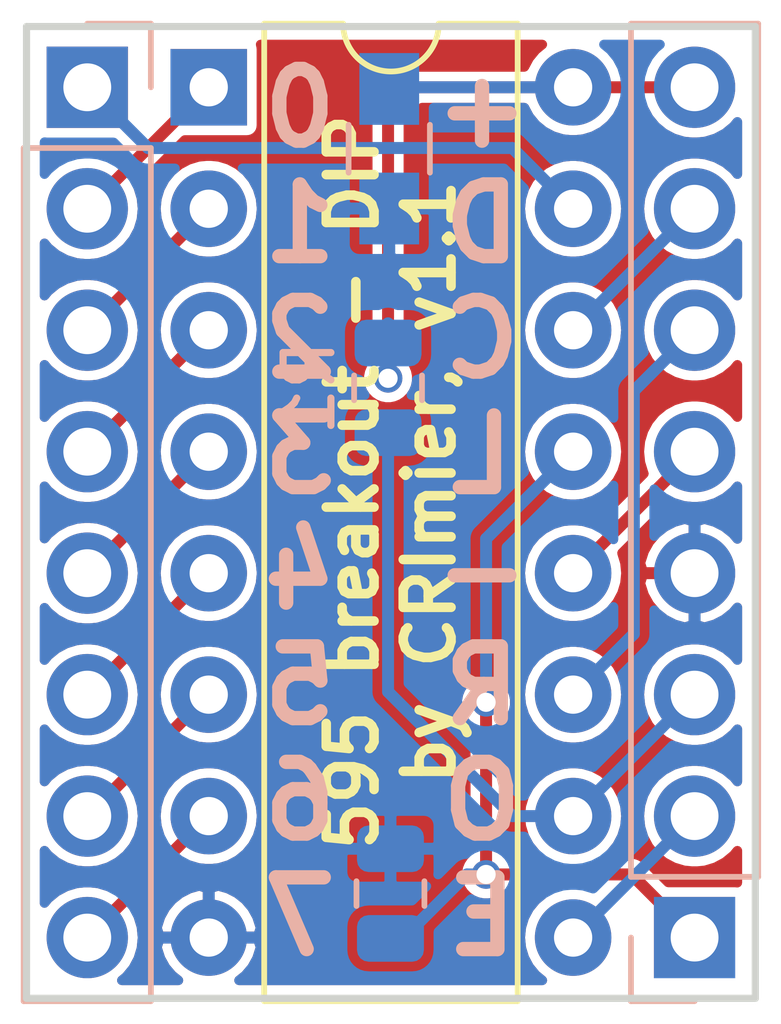
<source format=kicad_pcb>
(kicad_pcb (version 20171130) (host pcbnew "(5.1.2)-1")

  (general
    (thickness 1.6)
    (drawings 7)
    (tracks 38)
    (zones 0)
    (modules 6)
    (nets 17)
  )

  (page A4)
  (layers
    (0 F.Cu signal)
    (31 B.Cu signal)
    (32 B.Adhes user)
    (33 F.Adhes user)
    (34 B.Paste user)
    (35 F.Paste user)
    (36 B.SilkS user)
    (37 F.SilkS user)
    (38 B.Mask user)
    (39 F.Mask user)
    (40 Dwgs.User user)
    (41 Cmts.User user)
    (42 Eco1.User user)
    (43 Eco2.User user)
    (44 Edge.Cuts user)
    (45 Margin user)
    (46 B.CrtYd user)
    (47 F.CrtYd user)
    (48 B.Fab user hide)
    (49 F.Fab user hide)
  )

  (setup
    (last_trace_width 0.25)
    (trace_clearance 0.2)
    (zone_clearance 0.508)
    (zone_45_only no)
    (trace_min 0.2)
    (via_size 0.6)
    (via_drill 0.4)
    (via_min_size 0.4)
    (via_min_drill 0.3)
    (uvia_size 0.3)
    (uvia_drill 0.1)
    (uvias_allowed no)
    (uvia_min_size 0.2)
    (uvia_min_drill 0.1)
    (edge_width 0.15)
    (segment_width 0.2)
    (pcb_text_width 0.3)
    (pcb_text_size 1.5 1.5)
    (mod_edge_width 0.15)
    (mod_text_size 1 1)
    (mod_text_width 0.15)
    (pad_size 1.524 1.524)
    (pad_drill 0.762)
    (pad_to_mask_clearance 0.2)
    (aux_axis_origin 163.83 102.87)
    (visible_elements 7FFFFFFF)
    (pcbplotparams
      (layerselection 0x010f0_ffffffff)
      (usegerberextensions true)
      (usegerberattributes true)
      (usegerberadvancedattributes false)
      (creategerberjobfile false)
      (excludeedgelayer true)
      (linewidth 0.100000)
      (plotframeref false)
      (viasonmask false)
      (mode 1)
      (useauxorigin true)
      (hpglpennumber 1)
      (hpglpenspeed 20)
      (hpglpendiameter 15.000000)
      (psnegative false)
      (psa4output false)
      (plotreference false)
      (plotvalue false)
      (plotinvisibletext false)
      (padsonsilk false)
      (subtractmaskfromsilk false)
      (outputformat 1)
      (mirror false)
      (drillshape 0)
      (scaleselection 1)
      (outputdirectory "gerbers/"))
  )

  (net 0 "")
  (net 1 GND)
  (net 2 VCC)
  (net 3 "Net-(J2-Pad1)")
  (net 4 "Net-(J2-Pad2)")
  (net 5 "Net-(J2-Pad3)")
  (net 6 "Net-(J2-Pad4)")
  (net 7 "Net-(J2-Pad5)")
  (net 8 "Net-(J2-Pad6)")
  (net 9 "Net-(J2-Pad7)")
  (net 10 "Net-(J2-Pad8)")
  (net 11 RST)
  (net 12 DOUT)
  (net 13 CLK)
  (net 14 LATCH)
  (net 15 DIN)
  (net 16 OE)

  (net_class Default "This is the default net class."
    (clearance 0.2)
    (trace_width 0.25)
    (via_dia 0.6)
    (via_drill 0.4)
    (uvia_dia 0.3)
    (uvia_drill 0.1)
    (add_net CLK)
    (add_net DIN)
    (add_net DOUT)
    (add_net GND)
    (add_net LATCH)
    (add_net "Net-(J2-Pad1)")
    (add_net "Net-(J2-Pad2)")
    (add_net "Net-(J2-Pad3)")
    (add_net "Net-(J2-Pad4)")
    (add_net "Net-(J2-Pad5)")
    (add_net "Net-(J2-Pad6)")
    (add_net "Net-(J2-Pad7)")
    (add_net "Net-(J2-Pad8)")
    (add_net OE)
    (add_net RST)
    (add_net VCC)
  )

  (module Pin_Headers:Pin_Header_Straight_1x08_Pitch2.54mm (layer B.Cu) (tedit 5ACFEC7E) (tstamp 5ACFEB71)
    (at 149.86 104.14 180)
    (descr "Through hole straight pin header, 1x08, 2.54mm pitch, single row")
    (tags "Through hole pin header THT 1x08 2.54mm single row")
    (path /5ACFEA0D)
    (fp_text reference J2 (at 0 2.33 180) (layer B.SilkS) hide
      (effects (font (size 1 1) (thickness 0.15)) (justify mirror))
    )
    (fp_text value Conn_01x08 (at 0 -20.11 180) (layer B.Fab)
      (effects (font (size 1 1) (thickness 0.15)) (justify mirror))
    )
    (fp_line (start -0.635 1.27) (end 1.27 1.27) (layer B.Fab) (width 0.1))
    (fp_line (start 1.27 1.27) (end 1.27 -19.05) (layer B.Fab) (width 0.1))
    (fp_line (start 1.27 -19.05) (end -1.27 -19.05) (layer B.Fab) (width 0.1))
    (fp_line (start -1.27 -19.05) (end -1.27 0.635) (layer B.Fab) (width 0.1))
    (fp_line (start -1.27 0.635) (end -0.635 1.27) (layer B.Fab) (width 0.1))
    (fp_line (start -1.33 -19.11) (end 1.33 -19.11) (layer B.SilkS) (width 0.12))
    (fp_line (start -1.33 -1.27) (end -1.33 -19.11) (layer B.SilkS) (width 0.12))
    (fp_line (start 1.33 -1.27) (end 1.33 -19.11) (layer B.SilkS) (width 0.12))
    (fp_line (start -1.33 -1.27) (end 1.33 -1.27) (layer B.SilkS) (width 0.12))
    (fp_line (start -1.33 0) (end -1.33 1.33) (layer B.SilkS) (width 0.12))
    (fp_line (start -1.33 1.33) (end 0 1.33) (layer B.SilkS) (width 0.12))
    (fp_line (start -1.8 1.8) (end -1.8 -19.55) (layer B.CrtYd) (width 0.05))
    (fp_line (start -1.8 -19.55) (end 1.8 -19.55) (layer B.CrtYd) (width 0.05))
    (fp_line (start 1.8 -19.55) (end 1.8 1.8) (layer B.CrtYd) (width 0.05))
    (fp_line (start 1.8 1.8) (end -1.8 1.8) (layer B.CrtYd) (width 0.05))
    (fp_text user %R (at 0 -8.89 90) (layer B.Fab)
      (effects (font (size 1 1) (thickness 0.15)) (justify mirror))
    )
    (pad 1 thru_hole rect (at 0 0 180) (size 1.7 1.7) (drill 1) (layers *.Cu *.Mask)
      (net 3 "Net-(J2-Pad1)"))
    (pad 2 thru_hole oval (at 0 -2.54 180) (size 1.7 1.7) (drill 1) (layers *.Cu *.Mask)
      (net 4 "Net-(J2-Pad2)"))
    (pad 3 thru_hole oval (at 0 -5.08 180) (size 1.7 1.7) (drill 1) (layers *.Cu *.Mask)
      (net 5 "Net-(J2-Pad3)"))
    (pad 4 thru_hole oval (at 0 -7.62 180) (size 1.7 1.7) (drill 1) (layers *.Cu *.Mask)
      (net 6 "Net-(J2-Pad4)"))
    (pad 5 thru_hole oval (at 0 -10.16 180) (size 1.7 1.7) (drill 1) (layers *.Cu *.Mask)
      (net 7 "Net-(J2-Pad5)"))
    (pad 6 thru_hole oval (at 0 -12.7 180) (size 1.7 1.7) (drill 1) (layers *.Cu *.Mask)
      (net 8 "Net-(J2-Pad6)"))
    (pad 7 thru_hole oval (at 0 -15.24 180) (size 1.7 1.7) (drill 1) (layers *.Cu *.Mask)
      (net 9 "Net-(J2-Pad7)"))
    (pad 8 thru_hole oval (at 0 -17.78 180) (size 1.7 1.7) (drill 1) (layers *.Cu *.Mask)
      (net 10 "Net-(J2-Pad8)"))
    (model ${KISYS3DMOD}/Pin_Headers.3dshapes/Pin_Header_Straight_1x08_Pitch2.54mm.wrl
      (at (xyz 0 0 0))
      (scale (xyz 1 1 1))
      (rotate (xyz 0 0 0))
    )
  )

  (module Housings_DIP:DIP-16_W7.62mm (layer F.Cu) (tedit 5ACFEC80) (tstamp 5ACFEB8B)
    (at 152.4 104.14)
    (descr "16-lead though-hole mounted DIP package, row spacing 7.62 mm (300 mils)")
    (tags "THT DIP DIL PDIP 2.54mm 7.62mm 300mil")
    (path /5ACFE96D)
    (fp_text reference U1 (at 3.81 -2.33) (layer F.SilkS) hide
      (effects (font (size 1 1) (thickness 0.15)))
    )
    (fp_text value 74LS595 (at 3.81 20.11) (layer F.Fab)
      (effects (font (size 1 1) (thickness 0.15)))
    )
    (fp_arc (start 3.81 -1.33) (end 2.81 -1.33) (angle -180) (layer F.SilkS) (width 0.12))
    (fp_line (start 1.635 -1.27) (end 6.985 -1.27) (layer F.Fab) (width 0.1))
    (fp_line (start 6.985 -1.27) (end 6.985 19.05) (layer F.Fab) (width 0.1))
    (fp_line (start 6.985 19.05) (end 0.635 19.05) (layer F.Fab) (width 0.1))
    (fp_line (start 0.635 19.05) (end 0.635 -0.27) (layer F.Fab) (width 0.1))
    (fp_line (start 0.635 -0.27) (end 1.635 -1.27) (layer F.Fab) (width 0.1))
    (fp_line (start 2.81 -1.33) (end 1.16 -1.33) (layer F.SilkS) (width 0.12))
    (fp_line (start 1.16 -1.33) (end 1.16 19.11) (layer F.SilkS) (width 0.12))
    (fp_line (start 1.16 19.11) (end 6.46 19.11) (layer F.SilkS) (width 0.12))
    (fp_line (start 6.46 19.11) (end 6.46 -1.33) (layer F.SilkS) (width 0.12))
    (fp_line (start 6.46 -1.33) (end 4.81 -1.33) (layer F.SilkS) (width 0.12))
    (fp_line (start -1.1 -1.55) (end -1.1 19.3) (layer F.CrtYd) (width 0.05))
    (fp_line (start -1.1 19.3) (end 8.7 19.3) (layer F.CrtYd) (width 0.05))
    (fp_line (start 8.7 19.3) (end 8.7 -1.55) (layer F.CrtYd) (width 0.05))
    (fp_line (start 8.7 -1.55) (end -1.1 -1.55) (layer F.CrtYd) (width 0.05))
    (fp_text user %R (at 3.81 8.89) (layer F.Fab)
      (effects (font (size 1 1) (thickness 0.15)))
    )
    (pad 1 thru_hole rect (at 0 0) (size 1.6 1.6) (drill 0.8) (layers *.Cu *.Mask)
      (net 4 "Net-(J2-Pad2)"))
    (pad 9 thru_hole oval (at 7.62 17.78) (size 1.6 1.6) (drill 0.8) (layers *.Cu *.Mask)
      (net 12 DOUT))
    (pad 2 thru_hole oval (at 0 2.54) (size 1.6 1.6) (drill 0.8) (layers *.Cu *.Mask)
      (net 5 "Net-(J2-Pad3)"))
    (pad 10 thru_hole oval (at 7.62 15.24) (size 1.6 1.6) (drill 0.8) (layers *.Cu *.Mask)
      (net 11 RST))
    (pad 3 thru_hole oval (at 0 5.08) (size 1.6 1.6) (drill 0.8) (layers *.Cu *.Mask)
      (net 6 "Net-(J2-Pad4)"))
    (pad 11 thru_hole oval (at 7.62 12.7) (size 1.6 1.6) (drill 0.8) (layers *.Cu *.Mask)
      (net 13 CLK))
    (pad 4 thru_hole oval (at 0 7.62) (size 1.6 1.6) (drill 0.8) (layers *.Cu *.Mask)
      (net 7 "Net-(J2-Pad5)"))
    (pad 12 thru_hole oval (at 7.62 10.16) (size 1.6 1.6) (drill 0.8) (layers *.Cu *.Mask)
      (net 14 LATCH))
    (pad 5 thru_hole oval (at 0 10.16) (size 1.6 1.6) (drill 0.8) (layers *.Cu *.Mask)
      (net 8 "Net-(J2-Pad6)"))
    (pad 13 thru_hole oval (at 7.62 7.62) (size 1.6 1.6) (drill 0.8) (layers *.Cu *.Mask)
      (net 16 OE))
    (pad 6 thru_hole oval (at 0 12.7) (size 1.6 1.6) (drill 0.8) (layers *.Cu *.Mask)
      (net 9 "Net-(J2-Pad7)"))
    (pad 14 thru_hole oval (at 7.62 5.08) (size 1.6 1.6) (drill 0.8) (layers *.Cu *.Mask)
      (net 15 DIN))
    (pad 7 thru_hole oval (at 0 15.24) (size 1.6 1.6) (drill 0.8) (layers *.Cu *.Mask)
      (net 10 "Net-(J2-Pad8)"))
    (pad 15 thru_hole oval (at 7.62 2.54) (size 1.6 1.6) (drill 0.8) (layers *.Cu *.Mask)
      (net 3 "Net-(J2-Pad1)"))
    (pad 8 thru_hole oval (at 0 17.78) (size 1.6 1.6) (drill 0.8) (layers *.Cu *.Mask)
      (net 1 GND))
    (pad 16 thru_hole oval (at 7.62 0) (size 1.6 1.6) (drill 0.8) (layers *.Cu *.Mask)
      (net 2 VCC))
    (model ${KISYS3DMOD}/Housings_DIP.3dshapes/DIP-16_W7.62mm.wrl
      (at (xyz 0 0 0))
      (scale (xyz 1 1 1))
      (rotate (xyz 0 0 0))
    )
  )

  (module Capacitors_SMD:C_0805_HandSoldering (layer B.Cu) (tedit 5AE0FEA1) (tstamp 5AE0FE86)
    (at 156.175 105.425 270)
    (descr "Capacitor SMD 0805, hand soldering")
    (tags "capacitor 0805")
    (path /5AE0FEE3)
    (attr smd)
    (fp_text reference C1 (at 0 1.75 270) (layer B.SilkS) hide
      (effects (font (size 1 1) (thickness 0.15)) (justify mirror))
    )
    (fp_text value C_Small (at 0 -1.75 270) (layer B.Fab)
      (effects (font (size 1 1) (thickness 0.15)) (justify mirror))
    )
    (fp_text user %R (at 0 1.75 270) (layer B.Fab)
      (effects (font (size 1 1) (thickness 0.15)) (justify mirror))
    )
    (fp_line (start -1 -0.62) (end -1 0.62) (layer B.Fab) (width 0.1))
    (fp_line (start 1 -0.62) (end -1 -0.62) (layer B.Fab) (width 0.1))
    (fp_line (start 1 0.62) (end 1 -0.62) (layer B.Fab) (width 0.1))
    (fp_line (start -1 0.62) (end 1 0.62) (layer B.Fab) (width 0.1))
    (fp_line (start 0.5 0.85) (end -0.5 0.85) (layer B.SilkS) (width 0.12))
    (fp_line (start -0.5 -0.85) (end 0.5 -0.85) (layer B.SilkS) (width 0.12))
    (fp_line (start -2.25 0.88) (end 2.25 0.88) (layer B.CrtYd) (width 0.05))
    (fp_line (start -2.25 0.88) (end -2.25 -0.87) (layer B.CrtYd) (width 0.05))
    (fp_line (start 2.25 -0.87) (end 2.25 0.88) (layer B.CrtYd) (width 0.05))
    (fp_line (start 2.25 -0.87) (end -2.25 -0.87) (layer B.CrtYd) (width 0.05))
    (pad 1 smd rect (at -1.25 0 270) (size 1.5 1.25) (layers B.Cu B.Paste B.Mask)
      (net 2 VCC))
    (pad 2 smd rect (at 1.25 0 270) (size 1.5 1.25) (layers B.Cu B.Paste B.Mask)
      (net 1 GND))
    (model Capacitors_SMD.3dshapes/C_0805.wrl
      (at (xyz 0 0 0))
      (scale (xyz 1 1 1))
      (rotate (xyz 0 0 0))
    )
  )

  (module Pin_Headers:Pin_Header_Straight_1x08_Pitch2.54mm (layer B.Cu) (tedit 5AE0FF2F) (tstamp 5AE0FF25)
    (at 162.56 121.92)
    (descr "Through hole straight pin header, 1x08, 2.54mm pitch, single row")
    (tags "Through hole pin header THT 1x08 2.54mm single row")
    (path /5AE0FFF5)
    (fp_text reference J1 (at 0 2.33) (layer B.SilkS) hide
      (effects (font (size 1 1) (thickness 0.15)) (justify mirror))
    )
    (fp_text value Conn_01x08 (at 0 -20.11) (layer B.Fab)
      (effects (font (size 1 1) (thickness 0.15)) (justify mirror))
    )
    (fp_line (start -0.635 1.27) (end 1.27 1.27) (layer B.Fab) (width 0.1))
    (fp_line (start 1.27 1.27) (end 1.27 -19.05) (layer B.Fab) (width 0.1))
    (fp_line (start 1.27 -19.05) (end -1.27 -19.05) (layer B.Fab) (width 0.1))
    (fp_line (start -1.27 -19.05) (end -1.27 0.635) (layer B.Fab) (width 0.1))
    (fp_line (start -1.27 0.635) (end -0.635 1.27) (layer B.Fab) (width 0.1))
    (fp_line (start -1.33 -19.11) (end 1.33 -19.11) (layer B.SilkS) (width 0.12))
    (fp_line (start -1.33 -1.27) (end -1.33 -19.11) (layer B.SilkS) (width 0.12))
    (fp_line (start 1.33 -1.27) (end 1.33 -19.11) (layer B.SilkS) (width 0.12))
    (fp_line (start -1.33 -1.27) (end 1.33 -1.27) (layer B.SilkS) (width 0.12))
    (fp_line (start -1.33 0) (end -1.33 1.33) (layer B.SilkS) (width 0.12))
    (fp_line (start -1.33 1.33) (end 0 1.33) (layer B.SilkS) (width 0.12))
    (fp_line (start -1.8 1.8) (end -1.8 -19.55) (layer B.CrtYd) (width 0.05))
    (fp_line (start -1.8 -19.55) (end 1.8 -19.55) (layer B.CrtYd) (width 0.05))
    (fp_line (start 1.8 -19.55) (end 1.8 1.8) (layer B.CrtYd) (width 0.05))
    (fp_line (start 1.8 1.8) (end -1.8 1.8) (layer B.CrtYd) (width 0.05))
    (fp_text user %R (at 0 -8.89 270) (layer B.Fab)
      (effects (font (size 1 1) (thickness 0.15)) (justify mirror))
    )
    (pad 1 thru_hole rect (at 0 0) (size 1.7 1.7) (drill 1) (layers *.Cu *.Mask)
      (net 16 OE))
    (pad 2 thru_hole oval (at 0 -2.54) (size 1.7 1.7) (drill 1) (layers *.Cu *.Mask)
      (net 12 DOUT))
    (pad 3 thru_hole oval (at 0 -5.08) (size 1.7 1.7) (drill 1) (layers *.Cu *.Mask)
      (net 11 RST))
    (pad 4 thru_hole oval (at 0 -7.62) (size 1.7 1.7) (drill 1) (layers *.Cu *.Mask)
      (net 1 GND))
    (pad 5 thru_hole oval (at 0 -10.16) (size 1.7 1.7) (drill 1) (layers *.Cu *.Mask)
      (net 14 LATCH))
    (pad 6 thru_hole oval (at 0 -12.7) (size 1.7 1.7) (drill 1) (layers *.Cu *.Mask)
      (net 13 CLK))
    (pad 7 thru_hole oval (at 0 -15.24) (size 1.7 1.7) (drill 1) (layers *.Cu *.Mask)
      (net 15 DIN))
    (pad 8 thru_hole oval (at 0 -17.78) (size 1.7 1.7) (drill 1) (layers *.Cu *.Mask)
      (net 2 VCC))
    (model ${KISYS3DMOD}/Pin_Headers.3dshapes/Pin_Header_Straight_1x08_Pitch2.54mm.wrl
      (at (xyz 0 0 0))
      (scale (xyz 1 1 1))
      (rotate (xyz 0 0 0))
    )
  )

  (module Resistor_SMD:R_0805_2012Metric (layer B.Cu) (tedit 5B36C52B) (tstamp 5D0395AC)
    (at 156.15 110.425 270)
    (descr "Resistor SMD 0805 (2012 Metric), square (rectangular) end terminal, IPC_7351 nominal, (Body size source: https://docs.google.com/spreadsheets/d/1BsfQQcO9C6DZCsRaXUlFlo91Tg2WpOkGARC1WS5S8t0/edit?usp=sharing), generated with kicad-footprint-generator")
    (tags resistor)
    (path /5ACFEBEB)
    (attr smd)
    (fp_text reference R1 (at 0 1.65 90) (layer B.SilkS)
      (effects (font (size 1 1) (thickness 0.15)) (justify mirror))
    )
    (fp_text value R_Small (at 0 -1.65 90) (layer B.Fab)
      (effects (font (size 1 1) (thickness 0.15)) (justify mirror))
    )
    (fp_line (start -1 -0.6) (end -1 0.6) (layer B.Fab) (width 0.1))
    (fp_line (start -1 0.6) (end 1 0.6) (layer B.Fab) (width 0.1))
    (fp_line (start 1 0.6) (end 1 -0.6) (layer B.Fab) (width 0.1))
    (fp_line (start 1 -0.6) (end -1 -0.6) (layer B.Fab) (width 0.1))
    (fp_line (start -0.258578 0.71) (end 0.258578 0.71) (layer B.SilkS) (width 0.12))
    (fp_line (start -0.258578 -0.71) (end 0.258578 -0.71) (layer B.SilkS) (width 0.12))
    (fp_line (start -1.68 -0.95) (end -1.68 0.95) (layer B.CrtYd) (width 0.05))
    (fp_line (start -1.68 0.95) (end 1.68 0.95) (layer B.CrtYd) (width 0.05))
    (fp_line (start 1.68 0.95) (end 1.68 -0.95) (layer B.CrtYd) (width 0.05))
    (fp_line (start 1.68 -0.95) (end -1.68 -0.95) (layer B.CrtYd) (width 0.05))
    (fp_text user %R (at 0 0 90) (layer B.Fab)
      (effects (font (size 0.5 0.5) (thickness 0.08)) (justify mirror))
    )
    (pad 1 smd roundrect (at -0.9375 0 270) (size 0.975 1.4) (layers B.Cu B.Paste B.Mask) (roundrect_rratio 0.25)
      (net 2 VCC))
    (pad 2 smd roundrect (at 0.9375 0 270) (size 0.975 1.4) (layers B.Cu B.Paste B.Mask) (roundrect_rratio 0.25)
      (net 11 RST))
    (model ${KISYS3DMOD}/Resistor_SMD.3dshapes/R_0805_2012Metric.wrl
      (at (xyz 0 0 0))
      (scale (xyz 1 1 1))
      (rotate (xyz 0 0 0))
    )
  )

  (module Resistor_SMD:R_0805_2012Metric (layer B.Cu) (tedit 5B36C52B) (tstamp 5D0395CC)
    (at 156.2 121 90)
    (descr "Resistor SMD 0805 (2012 Metric), square (rectangular) end terminal, IPC_7351 nominal, (Body size source: https://docs.google.com/spreadsheets/d/1BsfQQcO9C6DZCsRaXUlFlo91Tg2WpOkGARC1WS5S8t0/edit?usp=sharing), generated with kicad-footprint-generator")
    (tags resistor)
    (path /5D03A239)
    (attr smd)
    (fp_text reference R2 (at 0 1.65 90) (layer B.SilkS) hide
      (effects (font (size 1 1) (thickness 0.15)) (justify mirror))
    )
    (fp_text value R_Small (at 0 -1.65 90) (layer B.Fab)
      (effects (font (size 1 1) (thickness 0.15)) (justify mirror))
    )
    (fp_text user %R (at 0 0 90) (layer B.Fab)
      (effects (font (size 0.5 0.5) (thickness 0.08)) (justify mirror))
    )
    (fp_line (start 1.68 -0.95) (end -1.68 -0.95) (layer B.CrtYd) (width 0.05))
    (fp_line (start 1.68 0.95) (end 1.68 -0.95) (layer B.CrtYd) (width 0.05))
    (fp_line (start -1.68 0.95) (end 1.68 0.95) (layer B.CrtYd) (width 0.05))
    (fp_line (start -1.68 -0.95) (end -1.68 0.95) (layer B.CrtYd) (width 0.05))
    (fp_line (start -0.258578 -0.71) (end 0.258578 -0.71) (layer B.SilkS) (width 0.12))
    (fp_line (start -0.258578 0.71) (end 0.258578 0.71) (layer B.SilkS) (width 0.12))
    (fp_line (start 1 -0.6) (end -1 -0.6) (layer B.Fab) (width 0.1))
    (fp_line (start 1 0.6) (end 1 -0.6) (layer B.Fab) (width 0.1))
    (fp_line (start -1 0.6) (end 1 0.6) (layer B.Fab) (width 0.1))
    (fp_line (start -1 -0.6) (end -1 0.6) (layer B.Fab) (width 0.1))
    (pad 2 smd roundrect (at 0.9375 0 90) (size 0.975 1.4) (layers B.Cu B.Paste B.Mask) (roundrect_rratio 0.25)
      (net 1 GND))
    (pad 1 smd roundrect (at -0.9375 0 90) (size 0.975 1.4) (layers B.Cu B.Paste B.Mask) (roundrect_rratio 0.25)
      (net 16 OE))
    (model ${KISYS3DMOD}/Resistor_SMD.3dshapes/R_0805_2012Metric.wrl
      (at (xyz 0 0 0))
      (scale (xyz 1 1 1))
      (rotate (xyz 0 0 0))
    )
  )

  (gr_text "595 breakout - DIP\nby CRImier, v1.1" (at 156.21 112.395 90) (layer F.SilkS) (tstamp 5D0399D8)
    (effects (font (size 1 1) (thickness 0.2)))
  )
  (gr_text "+\nD\nC\nL\n-\nR\nO\nE" (at 158.115 113.03) (layer B.SilkS)
    (effects (font (size 1.5 1.5) (thickness 0.3)) (justify mirror))
  )
  (gr_text "0\n1\n2\n3\n4\n5\n6\n7" (at 154.305 113.03) (layer B.SilkS)
    (effects (font (size 1.5 1.5) (thickness 0.3)) (justify mirror))
  )
  (gr_line (start 148.59 123.19) (end 148.59 102.87) (layer Edge.Cuts) (width 0.15))
  (gr_line (start 163.83 123.19) (end 148.59 123.19) (layer Edge.Cuts) (width 0.15))
  (gr_line (start 163.83 102.87) (end 163.83 123.19) (layer Edge.Cuts) (width 0.15))
  (gr_line (start 148.59 102.87) (end 163.83 102.87) (layer Edge.Cuts) (width 0.15))

  (segment (start 156.15 110.225) (end 156.15 109.075) (width 0.25) (layer B.Cu) (net 2))
  (segment (start 156.685 104.14) (end 156.15 104.675) (width 0.25) (layer F.Cu) (net 2))
  (segment (start 156.15 104.675) (end 156.15 110.225) (width 0.25) (layer F.Cu) (net 2))
  (via (at 156.15 110.225) (size 0.6) (drill 0.4) (layers F.Cu B.Cu) (net 2))
  (segment (start 160.02 104.14) (end 156.685 104.14) (width 0.25) (layer F.Cu) (net 2))
  (segment (start 156.21 104.14) (end 160.02 104.14) (width 0.25) (layer B.Cu) (net 2))
  (segment (start 160.02 104.14) (end 162.56 104.14) (width 0.25) (layer F.Cu) (net 2))
  (segment (start 158.75 105.41) (end 160.02 106.68) (width 0.25) (layer B.Cu) (net 3))
  (segment (start 151.13 105.41) (end 158.75 105.41) (width 0.25) (layer B.Cu) (net 3))
  (segment (start 149.86 104.14) (end 151.13 105.41) (width 0.25) (layer B.Cu) (net 3))
  (segment (start 149.86 106.68) (end 152.4 104.14) (width 0.25) (layer F.Cu) (net 4))
  (segment (start 149.86 109.22) (end 152.4 106.68) (width 0.25) (layer F.Cu) (net 5))
  (segment (start 149.86 111.76) (end 152.4 109.22) (width 0.25) (layer F.Cu) (net 6))
  (segment (start 149.86 114.3) (end 152.4 111.76) (width 0.25) (layer F.Cu) (net 7))
  (segment (start 149.86 116.84) (end 152.4 114.3) (width 0.25) (layer F.Cu) (net 8))
  (segment (start 149.86 119.38) (end 152.4 116.84) (width 0.25) (layer F.Cu) (net 9))
  (segment (start 149.86 121.92) (end 152.4 119.38) (width 0.25) (layer F.Cu) (net 10))
  (segment (start 156.15 111.775) (end 156.15 116.78) (width 0.25) (layer B.Cu) (net 11))
  (segment (start 156.15 116.78) (end 158.75 119.38) (width 0.25) (layer B.Cu) (net 11))
  (segment (start 158.75 119.38) (end 160.02 119.38) (width 0.25) (layer B.Cu) (net 11))
  (segment (start 160.02 119.38) (end 162.56 116.84) (width 0.25) (layer B.Cu) (net 11))
  (segment (start 160.02 121.92) (end 162.56 119.38) (width 0.25) (layer B.Cu) (net 12))
  (segment (start 161.29 110.49) (end 162.56 109.22) (width 0.25) (layer B.Cu) (net 13))
  (segment (start 160.02 116.84) (end 161.29 115.57) (width 0.25) (layer B.Cu) (net 13))
  (segment (start 161.29 115.57) (end 161.29 110.49) (width 0.25) (layer B.Cu) (net 13))
  (segment (start 162.56 111.76) (end 160.02 114.3) (width 0.25) (layer F.Cu) (net 14))
  (segment (start 160.02 109.22) (end 162.56 106.68) (width 0.25) (layer B.Cu) (net 15))
  (segment (start 160.02 111.76) (end 159.84 111.76) (width 0.25) (layer F.Cu) (net 16))
  (segment (start 161.24 120.6) (end 162.56 121.92) (width 0.25) (layer F.Cu) (net 16))
  (segment (start 158.2 120.6) (end 161.24 120.6) (width 0.25) (layer F.Cu) (net 16))
  (via (at 158.2 120.6) (size 0.6) (drill 0.4) (layers F.Cu B.Cu) (net 16))
  (segment (start 157.8 120.6) (end 158.2 120.6) (width 0.25) (layer B.Cu) (net 16))
  (segment (start 156.2 121.9375) (end 156.4625 121.9375) (width 0.25) (layer B.Cu) (net 16))
  (segment (start 156.4625 121.9375) (end 157.8 120.6) (width 0.25) (layer B.Cu) (net 16))
  (via (at 158.2 117) (size 0.6) (drill 0.4) (layers F.Cu B.Cu) (net 16))
  (segment (start 160.02 111.76) (end 158.2 113.58) (width 0.25) (layer B.Cu) (net 16))
  (segment (start 158.2 113.58) (end 158.2 117) (width 0.25) (layer B.Cu) (net 16))
  (segment (start 158.2 120.6) (end 158.2 117) (width 0.25) (layer F.Cu) (net 16))

  (zone (net 1) (net_name GND) (layer F.Cu) (tstamp 5D039E9B) (hatch edge 0.508)
    (connect_pads (clearance 0.2))
    (min_thickness 0.2)
    (fill yes (arc_segments 16) (thermal_gap 0.2) (thermal_bridge_width 0.25))
    (polygon
      (pts
        (xy 148.59 102.87) (xy 163.83 102.87) (xy 163.83 123.19) (xy 148.59 123.19)
      )
    )
    (filled_polygon
      (pts
        (xy 159.238419 103.358419) (xy 159.100958 103.525916) (xy 158.999891 103.715) (xy 156.705866 103.715) (xy 156.684999 103.712945)
        (xy 156.664132 103.715) (xy 156.664126 103.715) (xy 156.610098 103.720321) (xy 156.601685 103.72115) (xy 156.577383 103.728522)
        (xy 156.521573 103.745452) (xy 156.44774 103.784916) (xy 156.383026 103.838026) (xy 156.369721 103.854238) (xy 155.864243 104.359717)
        (xy 155.848026 104.373026) (xy 155.794916 104.437741) (xy 155.755452 104.511574) (xy 155.73115 104.591687) (xy 155.725 104.654127)
        (xy 155.725 104.654133) (xy 155.722945 104.675) (xy 155.725 104.695867) (xy 155.725001 109.801471) (xy 155.68395 109.842522)
        (xy 155.618287 109.940793) (xy 155.573058 110.049986) (xy 155.55 110.165905) (xy 155.55 110.284095) (xy 155.573058 110.400014)
        (xy 155.618287 110.509207) (xy 155.68395 110.607478) (xy 155.767522 110.69105) (xy 155.865793 110.756713) (xy 155.974986 110.801942)
        (xy 156.090905 110.825) (xy 156.209095 110.825) (xy 156.325014 110.801942) (xy 156.434207 110.756713) (xy 156.532478 110.69105)
        (xy 156.61605 110.607478) (xy 156.681713 110.509207) (xy 156.726942 110.400014) (xy 156.75 110.284095) (xy 156.75 110.165905)
        (xy 156.726942 110.049986) (xy 156.681713 109.940793) (xy 156.61605 109.842522) (xy 156.575 109.801472) (xy 156.575 109.22)
        (xy 158.914678 109.22) (xy 158.935916 109.435638) (xy 158.998816 109.642988) (xy 159.100958 109.834084) (xy 159.238419 110.001581)
        (xy 159.405916 110.139042) (xy 159.597012 110.241184) (xy 159.804362 110.304084) (xy 159.965964 110.32) (xy 160.074036 110.32)
        (xy 160.235638 110.304084) (xy 160.442988 110.241184) (xy 160.634084 110.139042) (xy 160.801581 110.001581) (xy 160.939042 109.834084)
        (xy 161.041184 109.642988) (xy 161.104084 109.435638) (xy 161.125322 109.22) (xy 161.104084 109.004362) (xy 161.041184 108.797012)
        (xy 160.939042 108.605916) (xy 160.801581 108.438419) (xy 160.634084 108.300958) (xy 160.442988 108.198816) (xy 160.235638 108.135916)
        (xy 160.074036 108.12) (xy 159.965964 108.12) (xy 159.804362 108.135916) (xy 159.597012 108.198816) (xy 159.405916 108.300958)
        (xy 159.238419 108.438419) (xy 159.100958 108.605916) (xy 158.998816 108.797012) (xy 158.935916 109.004362) (xy 158.914678 109.22)
        (xy 156.575 109.22) (xy 156.575 106.68) (xy 158.914678 106.68) (xy 158.935916 106.895638) (xy 158.998816 107.102988)
        (xy 159.100958 107.294084) (xy 159.238419 107.461581) (xy 159.405916 107.599042) (xy 159.597012 107.701184) (xy 159.804362 107.764084)
        (xy 159.965964 107.78) (xy 160.074036 107.78) (xy 160.235638 107.764084) (xy 160.442988 107.701184) (xy 160.634084 107.599042)
        (xy 160.801581 107.461581) (xy 160.939042 107.294084) (xy 161.041184 107.102988) (xy 161.104084 106.895638) (xy 161.125322 106.68)
        (xy 161.104084 106.464362) (xy 161.041184 106.257012) (xy 160.939042 106.065916) (xy 160.801581 105.898419) (xy 160.634084 105.760958)
        (xy 160.442988 105.658816) (xy 160.235638 105.595916) (xy 160.074036 105.58) (xy 159.965964 105.58) (xy 159.804362 105.595916)
        (xy 159.597012 105.658816) (xy 159.405916 105.760958) (xy 159.238419 105.898419) (xy 159.100958 106.065916) (xy 158.998816 106.257012)
        (xy 158.935916 106.464362) (xy 158.914678 106.68) (xy 156.575 106.68) (xy 156.575 104.85104) (xy 156.861041 104.565)
        (xy 158.999891 104.565) (xy 159.100958 104.754084) (xy 159.238419 104.921581) (xy 159.405916 105.059042) (xy 159.597012 105.161184)
        (xy 159.804362 105.224084) (xy 159.965964 105.24) (xy 160.074036 105.24) (xy 160.235638 105.224084) (xy 160.442988 105.161184)
        (xy 160.634084 105.059042) (xy 160.801581 104.921581) (xy 160.939042 104.754084) (xy 161.040109 104.565) (xy 161.487176 104.565)
        (xy 161.492398 104.582215) (xy 161.599184 104.781997) (xy 161.742893 104.957107) (xy 161.918003 105.100816) (xy 162.117785 105.207602)
        (xy 162.334561 105.27336) (xy 162.503508 105.29) (xy 162.616492 105.29) (xy 162.785439 105.27336) (xy 163.002215 105.207602)
        (xy 163.201997 105.100816) (xy 163.377107 104.957107) (xy 163.455 104.862194) (xy 163.455 105.957806) (xy 163.377107 105.862893)
        (xy 163.201997 105.719184) (xy 163.002215 105.612398) (xy 162.785439 105.54664) (xy 162.616492 105.53) (xy 162.503508 105.53)
        (xy 162.334561 105.54664) (xy 162.117785 105.612398) (xy 161.918003 105.719184) (xy 161.742893 105.862893) (xy 161.599184 106.038003)
        (xy 161.492398 106.237785) (xy 161.42664 106.454561) (xy 161.404436 106.68) (xy 161.42664 106.905439) (xy 161.492398 107.122215)
        (xy 161.599184 107.321997) (xy 161.742893 107.497107) (xy 161.918003 107.640816) (xy 162.117785 107.747602) (xy 162.334561 107.81336)
        (xy 162.503508 107.83) (xy 162.616492 107.83) (xy 162.785439 107.81336) (xy 163.002215 107.747602) (xy 163.201997 107.640816)
        (xy 163.377107 107.497107) (xy 163.455 107.402194) (xy 163.455 108.497806) (xy 163.377107 108.402893) (xy 163.201997 108.259184)
        (xy 163.002215 108.152398) (xy 162.785439 108.08664) (xy 162.616492 108.07) (xy 162.503508 108.07) (xy 162.334561 108.08664)
        (xy 162.117785 108.152398) (xy 161.918003 108.259184) (xy 161.742893 108.402893) (xy 161.599184 108.578003) (xy 161.492398 108.777785)
        (xy 161.42664 108.994561) (xy 161.404436 109.22) (xy 161.42664 109.445439) (xy 161.492398 109.662215) (xy 161.599184 109.861997)
        (xy 161.742893 110.037107) (xy 161.918003 110.180816) (xy 162.117785 110.287602) (xy 162.334561 110.35336) (xy 162.503508 110.37)
        (xy 162.616492 110.37) (xy 162.785439 110.35336) (xy 163.002215 110.287602) (xy 163.201997 110.180816) (xy 163.377107 110.037107)
        (xy 163.455 109.942194) (xy 163.455 111.037806) (xy 163.377107 110.942893) (xy 163.201997 110.799184) (xy 163.002215 110.692398)
        (xy 162.785439 110.62664) (xy 162.616492 110.61) (xy 162.503508 110.61) (xy 162.334561 110.62664) (xy 162.117785 110.692398)
        (xy 161.918003 110.799184) (xy 161.742893 110.942893) (xy 161.599184 111.118003) (xy 161.492398 111.317785) (xy 161.42664 111.534561)
        (xy 161.404436 111.76) (xy 161.42664 111.985439) (xy 161.492398 112.202215) (xy 161.500878 112.218081) (xy 160.440806 113.278154)
        (xy 160.235638 113.215916) (xy 160.074036 113.2) (xy 159.965964 113.2) (xy 159.804362 113.215916) (xy 159.597012 113.278816)
        (xy 159.405916 113.380958) (xy 159.238419 113.518419) (xy 159.100958 113.685916) (xy 158.998816 113.877012) (xy 158.935916 114.084362)
        (xy 158.914678 114.3) (xy 158.935916 114.515638) (xy 158.998816 114.722988) (xy 159.100958 114.914084) (xy 159.238419 115.081581)
        (xy 159.405916 115.219042) (xy 159.597012 115.321184) (xy 159.804362 115.384084) (xy 159.965964 115.4) (xy 160.074036 115.4)
        (xy 160.235638 115.384084) (xy 160.442988 115.321184) (xy 160.634084 115.219042) (xy 160.801581 115.081581) (xy 160.939042 114.914084)
        (xy 161.041184 114.722988) (xy 161.104084 114.515638) (xy 161.105176 114.504549) (xy 161.428338 114.504549) (xy 161.436203 114.544091)
        (xy 161.505416 114.758643) (xy 161.615156 114.955569) (xy 161.761206 115.127302) (xy 161.937953 115.267243) (xy 162.138605 115.370013)
        (xy 162.355451 115.431663) (xy 162.535 115.374729) (xy 162.535 114.325) (xy 161.485291 114.325) (xy 161.428338 114.504549)
        (xy 161.105176 114.504549) (xy 161.125322 114.3) (xy 161.105177 114.095451) (xy 161.428338 114.095451) (xy 161.485291 114.275)
        (xy 162.535 114.275) (xy 162.535 113.225271) (xy 162.355451 113.168337) (xy 162.138605 113.229987) (xy 161.937953 113.332757)
        (xy 161.761206 113.472698) (xy 161.615156 113.644431) (xy 161.505416 113.841357) (xy 161.436203 114.055909) (xy 161.428338 114.095451)
        (xy 161.105177 114.095451) (xy 161.104084 114.084362) (xy 161.041846 113.879194) (xy 162.101919 112.819122) (xy 162.117785 112.827602)
        (xy 162.334561 112.89336) (xy 162.503508 112.91) (xy 162.616492 112.91) (xy 162.785439 112.89336) (xy 163.002215 112.827602)
        (xy 163.201997 112.720816) (xy 163.377107 112.577107) (xy 163.455 112.482193) (xy 163.455001 113.585823) (xy 163.358794 113.472698)
        (xy 163.182047 113.332757) (xy 162.981395 113.229987) (xy 162.764549 113.168337) (xy 162.585 113.225271) (xy 162.585 114.275)
        (xy 162.605 114.275) (xy 162.605 114.325) (xy 162.585 114.325) (xy 162.585 115.374729) (xy 162.764549 115.431663)
        (xy 162.981395 115.370013) (xy 163.182047 115.267243) (xy 163.358794 115.127302) (xy 163.455001 115.014177) (xy 163.455001 116.117807)
        (xy 163.377107 116.022893) (xy 163.201997 115.879184) (xy 163.002215 115.772398) (xy 162.785439 115.70664) (xy 162.616492 115.69)
        (xy 162.503508 115.69) (xy 162.334561 115.70664) (xy 162.117785 115.772398) (xy 161.918003 115.879184) (xy 161.742893 116.022893)
        (xy 161.599184 116.198003) (xy 161.492398 116.397785) (xy 161.42664 116.614561) (xy 161.404436 116.84) (xy 161.42664 117.065439)
        (xy 161.492398 117.282215) (xy 161.599184 117.481997) (xy 161.742893 117.657107) (xy 161.918003 117.800816) (xy 162.117785 117.907602)
        (xy 162.334561 117.97336) (xy 162.503508 117.99) (xy 162.616492 117.99) (xy 162.785439 117.97336) (xy 163.002215 117.907602)
        (xy 163.201997 117.800816) (xy 163.377107 117.657107) (xy 163.455001 117.562193) (xy 163.455001 118.657807) (xy 163.377107 118.562893)
        (xy 163.201997 118.419184) (xy 163.002215 118.312398) (xy 162.785439 118.24664) (xy 162.616492 118.23) (xy 162.503508 118.23)
        (xy 162.334561 118.24664) (xy 162.117785 118.312398) (xy 161.918003 118.419184) (xy 161.742893 118.562893) (xy 161.599184 118.738003)
        (xy 161.492398 118.937785) (xy 161.42664 119.154561) (xy 161.404436 119.38) (xy 161.42664 119.605439) (xy 161.492398 119.822215)
        (xy 161.599184 120.021997) (xy 161.742893 120.197107) (xy 161.918003 120.340816) (xy 162.117785 120.447602) (xy 162.334561 120.51336)
        (xy 162.503508 120.53) (xy 162.616492 120.53) (xy 162.785439 120.51336) (xy 163.002215 120.447602) (xy 163.201997 120.340816)
        (xy 163.377107 120.197107) (xy 163.455001 120.102193) (xy 163.455001 120.772981) (xy 163.41 120.768549) (xy 162.009589 120.768549)
        (xy 161.555283 120.314243) (xy 161.541974 120.298026) (xy 161.47726 120.244916) (xy 161.403427 120.205452) (xy 161.323314 120.18115)
        (xy 161.260874 120.175) (xy 161.260867 120.175) (xy 161.24 120.172945) (xy 161.219133 120.175) (xy 160.78523 120.175)
        (xy 160.801581 120.161581) (xy 160.939042 119.994084) (xy 161.041184 119.802988) (xy 161.104084 119.595638) (xy 161.125322 119.38)
        (xy 161.104084 119.164362) (xy 161.041184 118.957012) (xy 160.939042 118.765916) (xy 160.801581 118.598419) (xy 160.634084 118.460958)
        (xy 160.442988 118.358816) (xy 160.235638 118.295916) (xy 160.074036 118.28) (xy 159.965964 118.28) (xy 159.804362 118.295916)
        (xy 159.597012 118.358816) (xy 159.405916 118.460958) (xy 159.238419 118.598419) (xy 159.100958 118.765916) (xy 158.998816 118.957012)
        (xy 158.935916 119.164362) (xy 158.914678 119.38) (xy 158.935916 119.595638) (xy 158.998816 119.802988) (xy 159.100958 119.994084)
        (xy 159.238419 120.161581) (xy 159.25477 120.175) (xy 158.625 120.175) (xy 158.625 117.423528) (xy 158.66605 117.382478)
        (xy 158.731713 117.284207) (xy 158.776942 117.175014) (xy 158.8 117.059095) (xy 158.8 116.940905) (xy 158.779929 116.84)
        (xy 158.914678 116.84) (xy 158.935916 117.055638) (xy 158.998816 117.262988) (xy 159.100958 117.454084) (xy 159.238419 117.621581)
        (xy 159.405916 117.759042) (xy 159.597012 117.861184) (xy 159.804362 117.924084) (xy 159.965964 117.94) (xy 160.074036 117.94)
        (xy 160.235638 117.924084) (xy 160.442988 117.861184) (xy 160.634084 117.759042) (xy 160.801581 117.621581) (xy 160.939042 117.454084)
        (xy 161.041184 117.262988) (xy 161.104084 117.055638) (xy 161.125322 116.84) (xy 161.104084 116.624362) (xy 161.041184 116.417012)
        (xy 160.939042 116.225916) (xy 160.801581 116.058419) (xy 160.634084 115.920958) (xy 160.442988 115.818816) (xy 160.235638 115.755916)
        (xy 160.074036 115.74) (xy 159.965964 115.74) (xy 159.804362 115.755916) (xy 159.597012 115.818816) (xy 159.405916 115.920958)
        (xy 159.238419 116.058419) (xy 159.100958 116.225916) (xy 158.998816 116.417012) (xy 158.935916 116.624362) (xy 158.914678 116.84)
        (xy 158.779929 116.84) (xy 158.776942 116.824986) (xy 158.731713 116.715793) (xy 158.66605 116.617522) (xy 158.582478 116.53395)
        (xy 158.484207 116.468287) (xy 158.375014 116.423058) (xy 158.259095 116.4) (xy 158.140905 116.4) (xy 158.024986 116.423058)
        (xy 157.915793 116.468287) (xy 157.817522 116.53395) (xy 157.73395 116.617522) (xy 157.668287 116.715793) (xy 157.623058 116.824986)
        (xy 157.6 116.940905) (xy 157.6 117.059095) (xy 157.623058 117.175014) (xy 157.668287 117.284207) (xy 157.73395 117.382478)
        (xy 157.775001 117.423529) (xy 157.775 120.176472) (xy 157.73395 120.217522) (xy 157.668287 120.315793) (xy 157.623058 120.424986)
        (xy 157.6 120.540905) (xy 157.6 120.659095) (xy 157.623058 120.775014) (xy 157.668287 120.884207) (xy 157.73395 120.982478)
        (xy 157.817522 121.06605) (xy 157.915793 121.131713) (xy 158.024986 121.176942) (xy 158.140905 121.2) (xy 158.259095 121.2)
        (xy 158.375014 121.176942) (xy 158.484207 121.131713) (xy 158.582478 121.06605) (xy 158.623528 121.025) (xy 159.376621 121.025)
        (xy 159.238419 121.138419) (xy 159.100958 121.305916) (xy 158.998816 121.497012) (xy 158.935916 121.704362) (xy 158.914678 121.92)
        (xy 158.935916 122.135638) (xy 158.998816 122.342988) (xy 159.100958 122.534084) (xy 159.238419 122.701581) (xy 159.376621 122.815)
        (xy 153.033226 122.815) (xy 153.164847 122.710576) (xy 153.304384 122.546171) (xy 153.409166 122.357703) (xy 153.475167 122.152414)
        (xy 153.482266 122.116726) (xy 153.424695 121.945) (xy 152.425 121.945) (xy 152.425 121.965) (xy 152.375 121.965)
        (xy 152.375 121.945) (xy 151.375305 121.945) (xy 151.317734 122.116726) (xy 151.324833 122.152414) (xy 151.390834 122.357703)
        (xy 151.495616 122.546171) (xy 151.635153 122.710576) (xy 151.766774 122.815) (xy 150.582194 122.815) (xy 150.677107 122.737107)
        (xy 150.820816 122.561997) (xy 150.927602 122.362215) (xy 150.99336 122.145439) (xy 151.015564 121.92) (xy 150.996189 121.723274)
        (xy 151.317734 121.723274) (xy 151.375305 121.895) (xy 152.375 121.895) (xy 152.375 120.895283) (xy 152.425 120.895283)
        (xy 152.425 121.895) (xy 153.424695 121.895) (xy 153.482266 121.723274) (xy 153.475167 121.687586) (xy 153.409166 121.482297)
        (xy 153.304384 121.293829) (xy 153.164847 121.129424) (xy 152.995917 120.9954) (xy 152.804086 120.896908) (xy 152.596726 120.837733)
        (xy 152.425 120.895283) (xy 152.375 120.895283) (xy 152.203274 120.837733) (xy 151.995914 120.896908) (xy 151.804083 120.9954)
        (xy 151.635153 121.129424) (xy 151.495616 121.293829) (xy 151.390834 121.482297) (xy 151.324833 121.687586) (xy 151.317734 121.723274)
        (xy 150.996189 121.723274) (xy 150.99336 121.694561) (xy 150.927602 121.477785) (xy 150.919121 121.461919) (xy 151.979195 120.401846)
        (xy 152.184362 120.464084) (xy 152.345964 120.48) (xy 152.454036 120.48) (xy 152.615638 120.464084) (xy 152.822988 120.401184)
        (xy 153.014084 120.299042) (xy 153.181581 120.161581) (xy 153.319042 119.994084) (xy 153.421184 119.802988) (xy 153.484084 119.595638)
        (xy 153.505322 119.38) (xy 153.484084 119.164362) (xy 153.421184 118.957012) (xy 153.319042 118.765916) (xy 153.181581 118.598419)
        (xy 153.014084 118.460958) (xy 152.822988 118.358816) (xy 152.615638 118.295916) (xy 152.454036 118.28) (xy 152.345964 118.28)
        (xy 152.184362 118.295916) (xy 151.977012 118.358816) (xy 151.785916 118.460958) (xy 151.618419 118.598419) (xy 151.480958 118.765916)
        (xy 151.378816 118.957012) (xy 151.315916 119.164362) (xy 151.294678 119.38) (xy 151.315916 119.595638) (xy 151.378154 119.800805)
        (xy 150.318081 120.860879) (xy 150.302215 120.852398) (xy 150.085439 120.78664) (xy 149.916492 120.77) (xy 149.803508 120.77)
        (xy 149.634561 120.78664) (xy 149.417785 120.852398) (xy 149.218003 120.959184) (xy 149.042893 121.102893) (xy 148.965 121.197806)
        (xy 148.965 120.102194) (xy 149.042893 120.197107) (xy 149.218003 120.340816) (xy 149.417785 120.447602) (xy 149.634561 120.51336)
        (xy 149.803508 120.53) (xy 149.916492 120.53) (xy 150.085439 120.51336) (xy 150.302215 120.447602) (xy 150.501997 120.340816)
        (xy 150.677107 120.197107) (xy 150.820816 120.021997) (xy 150.927602 119.822215) (xy 150.99336 119.605439) (xy 151.015564 119.38)
        (xy 150.99336 119.154561) (xy 150.927602 118.937785) (xy 150.919121 118.921919) (xy 151.979195 117.861846) (xy 152.184362 117.924084)
        (xy 152.345964 117.94) (xy 152.454036 117.94) (xy 152.615638 117.924084) (xy 152.822988 117.861184) (xy 153.014084 117.759042)
        (xy 153.181581 117.621581) (xy 153.319042 117.454084) (xy 153.421184 117.262988) (xy 153.484084 117.055638) (xy 153.505322 116.84)
        (xy 153.484084 116.624362) (xy 153.421184 116.417012) (xy 153.319042 116.225916) (xy 153.181581 116.058419) (xy 153.014084 115.920958)
        (xy 152.822988 115.818816) (xy 152.615638 115.755916) (xy 152.454036 115.74) (xy 152.345964 115.74) (xy 152.184362 115.755916)
        (xy 151.977012 115.818816) (xy 151.785916 115.920958) (xy 151.618419 116.058419) (xy 151.480958 116.225916) (xy 151.378816 116.417012)
        (xy 151.315916 116.624362) (xy 151.294678 116.84) (xy 151.315916 117.055638) (xy 151.378154 117.260805) (xy 150.318081 118.320879)
        (xy 150.302215 118.312398) (xy 150.085439 118.24664) (xy 149.916492 118.23) (xy 149.803508 118.23) (xy 149.634561 118.24664)
        (xy 149.417785 118.312398) (xy 149.218003 118.419184) (xy 149.042893 118.562893) (xy 148.965 118.657806) (xy 148.965 117.562194)
        (xy 149.042893 117.657107) (xy 149.218003 117.800816) (xy 149.417785 117.907602) (xy 149.634561 117.97336) (xy 149.803508 117.99)
        (xy 149.916492 117.99) (xy 150.085439 117.97336) (xy 150.302215 117.907602) (xy 150.501997 117.800816) (xy 150.677107 117.657107)
        (xy 150.820816 117.481997) (xy 150.927602 117.282215) (xy 150.99336 117.065439) (xy 151.015564 116.84) (xy 150.99336 116.614561)
        (xy 150.927602 116.397785) (xy 150.919121 116.381919) (xy 151.979195 115.321846) (xy 152.184362 115.384084) (xy 152.345964 115.4)
        (xy 152.454036 115.4) (xy 152.615638 115.384084) (xy 152.822988 115.321184) (xy 153.014084 115.219042) (xy 153.181581 115.081581)
        (xy 153.319042 114.914084) (xy 153.421184 114.722988) (xy 153.484084 114.515638) (xy 153.505322 114.3) (xy 153.484084 114.084362)
        (xy 153.421184 113.877012) (xy 153.319042 113.685916) (xy 153.181581 113.518419) (xy 153.014084 113.380958) (xy 152.822988 113.278816)
        (xy 152.615638 113.215916) (xy 152.454036 113.2) (xy 152.345964 113.2) (xy 152.184362 113.215916) (xy 151.977012 113.278816)
        (xy 151.785916 113.380958) (xy 151.618419 113.518419) (xy 151.480958 113.685916) (xy 151.378816 113.877012) (xy 151.315916 114.084362)
        (xy 151.294678 114.3) (xy 151.315916 114.515638) (xy 151.378154 114.720805) (xy 150.318081 115.780879) (xy 150.302215 115.772398)
        (xy 150.085439 115.70664) (xy 149.916492 115.69) (xy 149.803508 115.69) (xy 149.634561 115.70664) (xy 149.417785 115.772398)
        (xy 149.218003 115.879184) (xy 149.042893 116.022893) (xy 148.965 116.117806) (xy 148.965 115.022194) (xy 149.042893 115.117107)
        (xy 149.218003 115.260816) (xy 149.417785 115.367602) (xy 149.634561 115.43336) (xy 149.803508 115.45) (xy 149.916492 115.45)
        (xy 150.085439 115.43336) (xy 150.302215 115.367602) (xy 150.501997 115.260816) (xy 150.677107 115.117107) (xy 150.820816 114.941997)
        (xy 150.927602 114.742215) (xy 150.99336 114.525439) (xy 151.015564 114.3) (xy 150.99336 114.074561) (xy 150.927602 113.857785)
        (xy 150.919121 113.841919) (xy 151.979195 112.781846) (xy 152.184362 112.844084) (xy 152.345964 112.86) (xy 152.454036 112.86)
        (xy 152.615638 112.844084) (xy 152.822988 112.781184) (xy 153.014084 112.679042) (xy 153.181581 112.541581) (xy 153.319042 112.374084)
        (xy 153.421184 112.182988) (xy 153.484084 111.975638) (xy 153.505322 111.76) (xy 158.914678 111.76) (xy 158.935916 111.975638)
        (xy 158.998816 112.182988) (xy 159.100958 112.374084) (xy 159.238419 112.541581) (xy 159.405916 112.679042) (xy 159.597012 112.781184)
        (xy 159.804362 112.844084) (xy 159.965964 112.86) (xy 160.074036 112.86) (xy 160.235638 112.844084) (xy 160.442988 112.781184)
        (xy 160.634084 112.679042) (xy 160.801581 112.541581) (xy 160.939042 112.374084) (xy 161.041184 112.182988) (xy 161.104084 111.975638)
        (xy 161.125322 111.76) (xy 161.104084 111.544362) (xy 161.041184 111.337012) (xy 160.939042 111.145916) (xy 160.801581 110.978419)
        (xy 160.634084 110.840958) (xy 160.442988 110.738816) (xy 160.235638 110.675916) (xy 160.074036 110.66) (xy 159.965964 110.66)
        (xy 159.804362 110.675916) (xy 159.597012 110.738816) (xy 159.405916 110.840958) (xy 159.238419 110.978419) (xy 159.100958 111.145916)
        (xy 158.998816 111.337012) (xy 158.935916 111.544362) (xy 158.914678 111.76) (xy 153.505322 111.76) (xy 153.484084 111.544362)
        (xy 153.421184 111.337012) (xy 153.319042 111.145916) (xy 153.181581 110.978419) (xy 153.014084 110.840958) (xy 152.822988 110.738816)
        (xy 152.615638 110.675916) (xy 152.454036 110.66) (xy 152.345964 110.66) (xy 152.184362 110.675916) (xy 151.977012 110.738816)
        (xy 151.785916 110.840958) (xy 151.618419 110.978419) (xy 151.480958 111.145916) (xy 151.378816 111.337012) (xy 151.315916 111.544362)
        (xy 151.294678 111.76) (xy 151.315916 111.975638) (xy 151.378154 112.180805) (xy 150.318081 113.240879) (xy 150.302215 113.232398)
        (xy 150.085439 113.16664) (xy 149.916492 113.15) (xy 149.803508 113.15) (xy 149.634561 113.16664) (xy 149.417785 113.232398)
        (xy 149.218003 113.339184) (xy 149.042893 113.482893) (xy 148.965 113.577806) (xy 148.965 112.482194) (xy 149.042893 112.577107)
        (xy 149.218003 112.720816) (xy 149.417785 112.827602) (xy 149.634561 112.89336) (xy 149.803508 112.91) (xy 149.916492 112.91)
        (xy 150.085439 112.89336) (xy 150.302215 112.827602) (xy 150.501997 112.720816) (xy 150.677107 112.577107) (xy 150.820816 112.401997)
        (xy 150.927602 112.202215) (xy 150.99336 111.985439) (xy 151.015564 111.76) (xy 150.99336 111.534561) (xy 150.927602 111.317785)
        (xy 150.919121 111.301919) (xy 151.979195 110.241846) (xy 152.184362 110.304084) (xy 152.345964 110.32) (xy 152.454036 110.32)
        (xy 152.615638 110.304084) (xy 152.822988 110.241184) (xy 153.014084 110.139042) (xy 153.181581 110.001581) (xy 153.319042 109.834084)
        (xy 153.421184 109.642988) (xy 153.484084 109.435638) (xy 153.505322 109.22) (xy 153.484084 109.004362) (xy 153.421184 108.797012)
        (xy 153.319042 108.605916) (xy 153.181581 108.438419) (xy 153.014084 108.300958) (xy 152.822988 108.198816) (xy 152.615638 108.135916)
        (xy 152.454036 108.12) (xy 152.345964 108.12) (xy 152.184362 108.135916) (xy 151.977012 108.198816) (xy 151.785916 108.300958)
        (xy 151.618419 108.438419) (xy 151.480958 108.605916) (xy 151.378816 108.797012) (xy 151.315916 109.004362) (xy 151.294678 109.22)
        (xy 151.315916 109.435638) (xy 151.378154 109.640805) (xy 150.318081 110.700879) (xy 150.302215 110.692398) (xy 150.085439 110.62664)
        (xy 149.916492 110.61) (xy 149.803508 110.61) (xy 149.634561 110.62664) (xy 149.417785 110.692398) (xy 149.218003 110.799184)
        (xy 149.042893 110.942893) (xy 148.965 111.037806) (xy 148.965 109.942194) (xy 149.042893 110.037107) (xy 149.218003 110.180816)
        (xy 149.417785 110.287602) (xy 149.634561 110.35336) (xy 149.803508 110.37) (xy 149.916492 110.37) (xy 150.085439 110.35336)
        (xy 150.302215 110.287602) (xy 150.501997 110.180816) (xy 150.677107 110.037107) (xy 150.820816 109.861997) (xy 150.927602 109.662215)
        (xy 150.99336 109.445439) (xy 151.015564 109.22) (xy 150.99336 108.994561) (xy 150.927602 108.777785) (xy 150.919121 108.761919)
        (xy 151.979195 107.701846) (xy 152.184362 107.764084) (xy 152.345964 107.78) (xy 152.454036 107.78) (xy 152.615638 107.764084)
        (xy 152.822988 107.701184) (xy 153.014084 107.599042) (xy 153.181581 107.461581) (xy 153.319042 107.294084) (xy 153.421184 107.102988)
        (xy 153.484084 106.895638) (xy 153.505322 106.68) (xy 153.484084 106.464362) (xy 153.421184 106.257012) (xy 153.319042 106.065916)
        (xy 153.181581 105.898419) (xy 153.014084 105.760958) (xy 152.822988 105.658816) (xy 152.615638 105.595916) (xy 152.454036 105.58)
        (xy 152.345964 105.58) (xy 152.184362 105.595916) (xy 151.977012 105.658816) (xy 151.785916 105.760958) (xy 151.618419 105.898419)
        (xy 151.480958 106.065916) (xy 151.378816 106.257012) (xy 151.315916 106.464362) (xy 151.294678 106.68) (xy 151.315916 106.895638)
        (xy 151.378154 107.100805) (xy 150.318081 108.160879) (xy 150.302215 108.152398) (xy 150.085439 108.08664) (xy 149.916492 108.07)
        (xy 149.803508 108.07) (xy 149.634561 108.08664) (xy 149.417785 108.152398) (xy 149.218003 108.259184) (xy 149.042893 108.402893)
        (xy 148.965 108.497806) (xy 148.965 107.402194) (xy 149.042893 107.497107) (xy 149.218003 107.640816) (xy 149.417785 107.747602)
        (xy 149.634561 107.81336) (xy 149.803508 107.83) (xy 149.916492 107.83) (xy 150.085439 107.81336) (xy 150.302215 107.747602)
        (xy 150.501997 107.640816) (xy 150.677107 107.497107) (xy 150.820816 107.321997) (xy 150.927602 107.122215) (xy 150.99336 106.905439)
        (xy 151.015564 106.68) (xy 150.99336 106.454561) (xy 150.927602 106.237785) (xy 150.919121 106.221919) (xy 151.89959 105.241451)
        (xy 153.2 105.241451) (xy 153.25881 105.235659) (xy 153.31536 105.218504) (xy 153.367477 105.190647) (xy 153.413158 105.153158)
        (xy 153.450647 105.107477) (xy 153.478504 105.05536) (xy 153.495659 104.99881) (xy 153.501451 104.94) (xy 153.501451 103.34)
        (xy 153.495659 103.28119) (xy 153.48468 103.245) (xy 159.376621 103.245)
      )
    )
  )
  (zone (net 1) (net_name GND) (layer B.Cu) (tstamp 5D039E98) (hatch edge 0.508)
    (connect_pads (clearance 0.2))
    (min_thickness 0.2)
    (fill yes (arc_segments 16) (thermal_gap 0.2) (thermal_bridge_width 0.25))
    (polygon
      (pts
        (xy 148.59 123.19) (xy 163.83 123.19) (xy 163.83 102.87) (xy 148.59 102.87)
      )
    )
    (filled_polygon
      (pts
        (xy 161.742893 103.322893) (xy 161.599184 103.498003) (xy 161.492398 103.697785) (xy 161.42664 103.914561) (xy 161.404436 104.14)
        (xy 161.42664 104.365439) (xy 161.492398 104.582215) (xy 161.599184 104.781997) (xy 161.742893 104.957107) (xy 161.918003 105.100816)
        (xy 162.117785 105.207602) (xy 162.334561 105.27336) (xy 162.503508 105.29) (xy 162.616492 105.29) (xy 162.785439 105.27336)
        (xy 163.002215 105.207602) (xy 163.201997 105.100816) (xy 163.377107 104.957107) (xy 163.455 104.862194) (xy 163.455 105.957806)
        (xy 163.377107 105.862893) (xy 163.201997 105.719184) (xy 163.002215 105.612398) (xy 162.785439 105.54664) (xy 162.616492 105.53)
        (xy 162.503508 105.53) (xy 162.334561 105.54664) (xy 162.117785 105.612398) (xy 161.918003 105.719184) (xy 161.742893 105.862893)
        (xy 161.599184 106.038003) (xy 161.492398 106.237785) (xy 161.42664 106.454561) (xy 161.404436 106.68) (xy 161.42664 106.905439)
        (xy 161.492398 107.122215) (xy 161.500878 107.138081) (xy 160.440806 108.198154) (xy 160.235638 108.135916) (xy 160.074036 108.12)
        (xy 159.965964 108.12) (xy 159.804362 108.135916) (xy 159.597012 108.198816) (xy 159.405916 108.300958) (xy 159.238419 108.438419)
        (xy 159.100958 108.605916) (xy 158.998816 108.797012) (xy 158.935916 109.004362) (xy 158.914678 109.22) (xy 158.935916 109.435638)
        (xy 158.998816 109.642988) (xy 159.100958 109.834084) (xy 159.238419 110.001581) (xy 159.405916 110.139042) (xy 159.597012 110.241184)
        (xy 159.804362 110.304084) (xy 159.965964 110.32) (xy 160.074036 110.32) (xy 160.235638 110.304084) (xy 160.442988 110.241184)
        (xy 160.634084 110.139042) (xy 160.801581 110.001581) (xy 160.939042 109.834084) (xy 161.041184 109.642988) (xy 161.104084 109.435638)
        (xy 161.125322 109.22) (xy 161.104084 109.004362) (xy 161.041846 108.799194) (xy 162.101919 107.739122) (xy 162.117785 107.747602)
        (xy 162.334561 107.81336) (xy 162.503508 107.83) (xy 162.616492 107.83) (xy 162.785439 107.81336) (xy 163.002215 107.747602)
        (xy 163.201997 107.640816) (xy 163.377107 107.497107) (xy 163.455 107.402194) (xy 163.455 108.497806) (xy 163.377107 108.402893)
        (xy 163.201997 108.259184) (xy 163.002215 108.152398) (xy 162.785439 108.08664) (xy 162.616492 108.07) (xy 162.503508 108.07)
        (xy 162.334561 108.08664) (xy 162.117785 108.152398) (xy 161.918003 108.259184) (xy 161.742893 108.402893) (xy 161.599184 108.578003)
        (xy 161.492398 108.777785) (xy 161.42664 108.994561) (xy 161.404436 109.22) (xy 161.42664 109.445439) (xy 161.492398 109.662215)
        (xy 161.500879 109.678081) (xy 161.004239 110.174721) (xy 160.988027 110.188026) (xy 160.934917 110.25274) (xy 160.905213 110.308313)
        (xy 160.895453 110.326573) (xy 160.87115 110.406686) (xy 160.862945 110.49) (xy 160.865001 110.510877) (xy 160.865001 111.055696)
        (xy 160.801581 110.978419) (xy 160.634084 110.840958) (xy 160.442988 110.738816) (xy 160.235638 110.675916) (xy 160.074036 110.66)
        (xy 159.965964 110.66) (xy 159.804362 110.675916) (xy 159.597012 110.738816) (xy 159.405916 110.840958) (xy 159.238419 110.978419)
        (xy 159.100958 111.145916) (xy 158.998816 111.337012) (xy 158.935916 111.544362) (xy 158.914678 111.76) (xy 158.935916 111.975638)
        (xy 158.998154 112.180805) (xy 157.914243 113.264717) (xy 157.898026 113.278026) (xy 157.844916 113.342741) (xy 157.805452 113.416574)
        (xy 157.78115 113.496687) (xy 157.775 113.559127) (xy 157.775 113.559133) (xy 157.772945 113.58) (xy 157.775 113.600867)
        (xy 157.775001 116.576471) (xy 157.73395 116.617522) (xy 157.668287 116.715793) (xy 157.623058 116.824986) (xy 157.6 116.940905)
        (xy 157.6 117.059095) (xy 157.623058 117.175014) (xy 157.668287 117.284207) (xy 157.73395 117.382478) (xy 157.817522 117.46605)
        (xy 157.915793 117.531713) (xy 158.024986 117.576942) (xy 158.140905 117.6) (xy 158.259095 117.6) (xy 158.375014 117.576942)
        (xy 158.484207 117.531713) (xy 158.582478 117.46605) (xy 158.66605 117.382478) (xy 158.731713 117.284207) (xy 158.776942 117.175014)
        (xy 158.8 117.059095) (xy 158.8 116.940905) (xy 158.776942 116.824986) (xy 158.731713 116.715793) (xy 158.66605 116.617522)
        (xy 158.625 116.576472) (xy 158.625 113.75604) (xy 159.599195 112.781846) (xy 159.804362 112.844084) (xy 159.965964 112.86)
        (xy 160.074036 112.86) (xy 160.235638 112.844084) (xy 160.442988 112.781184) (xy 160.634084 112.679042) (xy 160.801581 112.541581)
        (xy 160.865001 112.464304) (xy 160.865 113.595696) (xy 160.801581 113.518419) (xy 160.634084 113.380958) (xy 160.442988 113.278816)
        (xy 160.235638 113.215916) (xy 160.074036 113.2) (xy 159.965964 113.2) (xy 159.804362 113.215916) (xy 159.597012 113.278816)
        (xy 159.405916 113.380958) (xy 159.238419 113.518419) (xy 159.100958 113.685916) (xy 158.998816 113.877012) (xy 158.935916 114.084362)
        (xy 158.914678 114.3) (xy 158.935916 114.515638) (xy 158.998816 114.722988) (xy 159.100958 114.914084) (xy 159.238419 115.081581)
        (xy 159.405916 115.219042) (xy 159.597012 115.321184) (xy 159.804362 115.384084) (xy 159.965964 115.4) (xy 160.074036 115.4)
        (xy 160.235638 115.384084) (xy 160.442988 115.321184) (xy 160.634084 115.219042) (xy 160.801581 115.081581) (xy 160.865 115.004304)
        (xy 160.865 115.393959) (xy 160.440805 115.818154) (xy 160.235638 115.755916) (xy 160.074036 115.74) (xy 159.965964 115.74)
        (xy 159.804362 115.755916) (xy 159.597012 115.818816) (xy 159.405916 115.920958) (xy 159.238419 116.058419) (xy 159.100958 116.225916)
        (xy 158.998816 116.417012) (xy 158.935916 116.624362) (xy 158.914678 116.84) (xy 158.935916 117.055638) (xy 158.998816 117.262988)
        (xy 159.100958 117.454084) (xy 159.238419 117.621581) (xy 159.405916 117.759042) (xy 159.597012 117.861184) (xy 159.804362 117.924084)
        (xy 159.965964 117.94) (xy 160.074036 117.94) (xy 160.235638 117.924084) (xy 160.442988 117.861184) (xy 160.634084 117.759042)
        (xy 160.801581 117.621581) (xy 160.939042 117.454084) (xy 161.041184 117.262988) (xy 161.104084 117.055638) (xy 161.125322 116.84)
        (xy 161.104084 116.624362) (xy 161.041846 116.419195) (xy 161.575763 115.885278) (xy 161.591974 115.871974) (xy 161.645084 115.80726)
        (xy 161.684548 115.733427) (xy 161.70885 115.653314) (xy 161.715 115.590874) (xy 161.715 115.590868) (xy 161.717055 115.570001)
        (xy 161.715 115.549134) (xy 161.715 115.072971) (xy 161.761206 115.127302) (xy 161.937953 115.267243) (xy 162.138605 115.370013)
        (xy 162.355451 115.431663) (xy 162.535 115.374729) (xy 162.535 114.325) (xy 162.515 114.325) (xy 162.515 114.275)
        (xy 162.535 114.275) (xy 162.535 113.225271) (xy 162.355451 113.168337) (xy 162.138605 113.229987) (xy 161.937953 113.332757)
        (xy 161.761206 113.472698) (xy 161.715 113.527029) (xy 161.715 112.543119) (xy 161.742893 112.577107) (xy 161.918003 112.720816)
        (xy 162.117785 112.827602) (xy 162.334561 112.89336) (xy 162.503508 112.91) (xy 162.616492 112.91) (xy 162.785439 112.89336)
        (xy 163.002215 112.827602) (xy 163.201997 112.720816) (xy 163.377107 112.577107) (xy 163.455 112.482193) (xy 163.455001 113.585823)
        (xy 163.358794 113.472698) (xy 163.182047 113.332757) (xy 162.981395 113.229987) (xy 162.764549 113.168337) (xy 162.585 113.225271)
        (xy 162.585 114.275) (xy 162.605 114.275) (xy 162.605 114.325) (xy 162.585 114.325) (xy 162.585 115.374729)
        (xy 162.764549 115.431663) (xy 162.981395 115.370013) (xy 163.182047 115.267243) (xy 163.358794 115.127302) (xy 163.455001 115.014177)
        (xy 163.455001 116.117807) (xy 163.377107 116.022893) (xy 163.201997 115.879184) (xy 163.002215 115.772398) (xy 162.785439 115.70664)
        (xy 162.616492 115.69) (xy 162.503508 115.69) (xy 162.334561 115.70664) (xy 162.117785 115.772398) (xy 161.918003 115.879184)
        (xy 161.742893 116.022893) (xy 161.599184 116.198003) (xy 161.492398 116.397785) (xy 161.42664 116.614561) (xy 161.404436 116.84)
        (xy 161.42664 117.065439) (xy 161.492398 117.282215) (xy 161.500878 117.298081) (xy 160.440806 118.358154) (xy 160.235638 118.295916)
        (xy 160.074036 118.28) (xy 159.965964 118.28) (xy 159.804362 118.295916) (xy 159.597012 118.358816) (xy 159.405916 118.460958)
        (xy 159.238419 118.598419) (xy 159.100958 118.765916) (xy 158.999891 118.955) (xy 158.926041 118.955) (xy 156.575 116.60396)
        (xy 156.575 112.151451) (xy 156.60625 112.151451) (xy 156.712613 112.140975) (xy 156.814889 112.10995) (xy 156.909147 112.059568)
        (xy 156.991765 111.991765) (xy 157.059568 111.909147) (xy 157.10995 111.814889) (xy 157.140975 111.712613) (xy 157.151451 111.60625)
        (xy 157.151451 111.11875) (xy 157.140975 111.012387) (xy 157.10995 110.910111) (xy 157.059568 110.815853) (xy 156.991765 110.733235)
        (xy 156.909147 110.665432) (xy 156.814889 110.61505) (xy 156.712613 110.584025) (xy 156.636716 110.57655) (xy 156.681713 110.509207)
        (xy 156.726942 110.400014) (xy 156.75 110.284095) (xy 156.75 110.254634) (xy 156.814889 110.23495) (xy 156.909147 110.184568)
        (xy 156.991765 110.116765) (xy 157.059568 110.034147) (xy 157.10995 109.939889) (xy 157.140975 109.837613) (xy 157.151451 109.73125)
        (xy 157.151451 109.24375) (xy 157.140975 109.137387) (xy 157.10995 109.035111) (xy 157.059568 108.940853) (xy 156.991765 108.858235)
        (xy 156.909147 108.790432) (xy 156.814889 108.74005) (xy 156.712613 108.709025) (xy 156.60625 108.698549) (xy 156.347285 108.698549)
        (xy 156.313427 108.680452) (xy 156.233314 108.65615) (xy 156.15 108.647944) (xy 156.066687 108.65615) (xy 155.986574 108.680452)
        (xy 155.952716 108.698549) (xy 155.69375 108.698549) (xy 155.587387 108.709025) (xy 155.485111 108.74005) (xy 155.390853 108.790432)
        (xy 155.308235 108.858235) (xy 155.240432 108.940853) (xy 155.19005 109.035111) (xy 155.159025 109.137387) (xy 155.148549 109.24375)
        (xy 155.148549 109.73125) (xy 155.159025 109.837613) (xy 155.19005 109.939889) (xy 155.240432 110.034147) (xy 155.308235 110.116765)
        (xy 155.390853 110.184568) (xy 155.485111 110.23495) (xy 155.55 110.254634) (xy 155.55 110.284095) (xy 155.573058 110.400014)
        (xy 155.618287 110.509207) (xy 155.663284 110.57655) (xy 155.587387 110.584025) (xy 155.485111 110.61505) (xy 155.390853 110.665432)
        (xy 155.308235 110.733235) (xy 155.240432 110.815853) (xy 155.19005 110.910111) (xy 155.159025 111.012387) (xy 155.148549 111.11875)
        (xy 155.148549 111.60625) (xy 155.159025 111.712613) (xy 155.19005 111.814889) (xy 155.240432 111.909147) (xy 155.308235 111.991765)
        (xy 155.390853 112.059568) (xy 155.485111 112.10995) (xy 155.587387 112.140975) (xy 155.69375 112.151451) (xy 155.725 112.151451)
        (xy 155.725001 116.759123) (xy 155.722945 116.78) (xy 155.73115 116.863314) (xy 155.749352 116.923314) (xy 155.755453 116.943427)
        (xy 155.794917 117.01726) (xy 155.848027 117.081974) (xy 155.864239 117.095279) (xy 158.43472 119.665761) (xy 158.448026 119.681974)
        (xy 158.51274 119.735084) (xy 158.586573 119.774548) (xy 158.642383 119.791478) (xy 158.666685 119.79885) (xy 158.675098 119.799679)
        (xy 158.729126 119.805) (xy 158.729132 119.805) (xy 158.749999 119.807055) (xy 158.770866 119.805) (xy 158.999891 119.805)
        (xy 159.100958 119.994084) (xy 159.238419 120.161581) (xy 159.405916 120.299042) (xy 159.597012 120.401184) (xy 159.804362 120.464084)
        (xy 159.965964 120.48) (xy 160.074036 120.48) (xy 160.235638 120.464084) (xy 160.442988 120.401184) (xy 160.634084 120.299042)
        (xy 160.801581 120.161581) (xy 160.939042 119.994084) (xy 161.041184 119.802988) (xy 161.104084 119.595638) (xy 161.125322 119.38)
        (xy 161.104084 119.164362) (xy 161.041846 118.959194) (xy 162.101919 117.899122) (xy 162.117785 117.907602) (xy 162.334561 117.97336)
        (xy 162.503508 117.99) (xy 162.616492 117.99) (xy 162.785439 117.97336) (xy 163.002215 117.907602) (xy 163.201997 117.800816)
        (xy 163.377107 117.657107) (xy 163.455001 117.562193) (xy 163.455001 118.657807) (xy 163.377107 118.562893) (xy 163.201997 118.419184)
        (xy 163.002215 118.312398) (xy 162.785439 118.24664) (xy 162.616492 118.23) (xy 162.503508 118.23) (xy 162.334561 118.24664)
        (xy 162.117785 118.312398) (xy 161.918003 118.419184) (xy 161.742893 118.562893) (xy 161.599184 118.738003) (xy 161.492398 118.937785)
        (xy 161.42664 119.154561) (xy 161.404436 119.38) (xy 161.42664 119.605439) (xy 161.492398 119.822215) (xy 161.500878 119.838081)
        (xy 160.440806 120.898154) (xy 160.235638 120.835916) (xy 160.074036 120.82) (xy 159.965964 120.82) (xy 159.804362 120.835916)
        (xy 159.597012 120.898816) (xy 159.405916 121.000958) (xy 159.238419 121.138419) (xy 159.100958 121.305916) (xy 158.998816 121.497012)
        (xy 158.935916 121.704362) (xy 158.914678 121.92) (xy 158.935916 122.135638) (xy 158.998816 122.342988) (xy 159.100958 122.534084)
        (xy 159.238419 122.701581) (xy 159.376621 122.815) (xy 153.033226 122.815) (xy 153.164847 122.710576) (xy 153.304384 122.546171)
        (xy 153.409166 122.357703) (xy 153.475167 122.152414) (xy 153.482266 122.116726) (xy 153.424695 121.945) (xy 152.425 121.945)
        (xy 152.425 121.965) (xy 152.375 121.965) (xy 152.375 121.945) (xy 151.375305 121.945) (xy 151.317734 122.116726)
        (xy 151.324833 122.152414) (xy 151.390834 122.357703) (xy 151.495616 122.546171) (xy 151.635153 122.710576) (xy 151.766774 122.815)
        (xy 150.582194 122.815) (xy 150.677107 122.737107) (xy 150.820816 122.561997) (xy 150.927602 122.362215) (xy 150.99336 122.145439)
        (xy 151.015564 121.92) (xy 150.996189 121.723274) (xy 151.317734 121.723274) (xy 151.375305 121.895) (xy 152.375 121.895)
        (xy 152.375 120.895283) (xy 152.425 120.895283) (xy 152.425 121.895) (xy 153.424695 121.895) (xy 153.482266 121.723274)
        (xy 153.476394 121.69375) (xy 155.198549 121.69375) (xy 155.198549 122.18125) (xy 155.209025 122.287613) (xy 155.24005 122.389889)
        (xy 155.290432 122.484147) (xy 155.358235 122.566765) (xy 155.440853 122.634568) (xy 155.535111 122.68495) (xy 155.637387 122.715975)
        (xy 155.74375 122.726451) (xy 156.65625 122.726451) (xy 156.762613 122.715975) (xy 156.864889 122.68495) (xy 156.959147 122.634568)
        (xy 157.041765 122.566765) (xy 157.109568 122.484147) (xy 157.15995 122.389889) (xy 157.190975 122.287613) (xy 157.201451 122.18125)
        (xy 157.201451 121.799589) (xy 157.887939 121.113101) (xy 157.915793 121.131713) (xy 158.024986 121.176942) (xy 158.140905 121.2)
        (xy 158.259095 121.2) (xy 158.375014 121.176942) (xy 158.484207 121.131713) (xy 158.582478 121.06605) (xy 158.66605 120.982478)
        (xy 158.731713 120.884207) (xy 158.776942 120.775014) (xy 158.8 120.659095) (xy 158.8 120.540905) (xy 158.776942 120.424986)
        (xy 158.731713 120.315793) (xy 158.66605 120.217522) (xy 158.582478 120.13395) (xy 158.484207 120.068287) (xy 158.375014 120.023058)
        (xy 158.259095 120) (xy 158.140905 120) (xy 158.024986 120.023058) (xy 157.915793 120.068287) (xy 157.817522 120.13395)
        (xy 157.776182 120.17529) (xy 157.716686 120.18115) (xy 157.636573 120.205452) (xy 157.56274 120.244916) (xy 157.498026 120.298026)
        (xy 157.484716 120.314244) (xy 157.196262 120.602698) (xy 157.201452 120.55) (xy 157.2 120.1625) (xy 157.125 120.0875)
        (xy 156.225 120.0875) (xy 156.225 120.775) (xy 156.3 120.85) (xy 156.9 120.851452) (xy 156.952698 120.846262)
        (xy 156.650411 121.148549) (xy 155.74375 121.148549) (xy 155.637387 121.159025) (xy 155.535111 121.19005) (xy 155.440853 121.240432)
        (xy 155.358235 121.308235) (xy 155.290432 121.390853) (xy 155.24005 121.485111) (xy 155.209025 121.587387) (xy 155.198549 121.69375)
        (xy 153.476394 121.69375) (xy 153.475167 121.687586) (xy 153.409166 121.482297) (xy 153.304384 121.293829) (xy 153.164847 121.129424)
        (xy 152.995917 120.9954) (xy 152.804086 120.896908) (xy 152.596726 120.837733) (xy 152.425 120.895283) (xy 152.375 120.895283)
        (xy 152.203274 120.837733) (xy 151.995914 120.896908) (xy 151.804083 120.9954) (xy 151.635153 121.129424) (xy 151.495616 121.293829)
        (xy 151.390834 121.482297) (xy 151.324833 121.687586) (xy 151.317734 121.723274) (xy 150.996189 121.723274) (xy 150.99336 121.694561)
        (xy 150.927602 121.477785) (xy 150.820816 121.278003) (xy 150.677107 121.102893) (xy 150.501997 120.959184) (xy 150.302215 120.852398)
        (xy 150.085439 120.78664) (xy 149.916492 120.77) (xy 149.803508 120.77) (xy 149.634561 120.78664) (xy 149.417785 120.852398)
        (xy 149.218003 120.959184) (xy 149.042893 121.102893) (xy 148.965 121.197806) (xy 148.965 120.55) (xy 155.198548 120.55)
        (xy 155.20434 120.60881) (xy 155.221495 120.665361) (xy 155.249352 120.717478) (xy 155.286841 120.763159) (xy 155.332522 120.800648)
        (xy 155.384639 120.828505) (xy 155.44119 120.84566) (xy 155.5 120.851452) (xy 156.1 120.85) (xy 156.175 120.775)
        (xy 156.175 120.0875) (xy 155.275 120.0875) (xy 155.2 120.1625) (xy 155.198548 120.55) (xy 148.965 120.55)
        (xy 148.965 120.102194) (xy 149.042893 120.197107) (xy 149.218003 120.340816) (xy 149.417785 120.447602) (xy 149.634561 120.51336)
        (xy 149.803508 120.53) (xy 149.916492 120.53) (xy 150.085439 120.51336) (xy 150.302215 120.447602) (xy 150.501997 120.340816)
        (xy 150.677107 120.197107) (xy 150.820816 120.021997) (xy 150.927602 119.822215) (xy 150.99336 119.605439) (xy 151.015564 119.38)
        (xy 151.294678 119.38) (xy 151.315916 119.595638) (xy 151.378816 119.802988) (xy 151.480958 119.994084) (xy 151.618419 120.161581)
        (xy 151.785916 120.299042) (xy 151.977012 120.401184) (xy 152.184362 120.464084) (xy 152.345964 120.48) (xy 152.454036 120.48)
        (xy 152.615638 120.464084) (xy 152.822988 120.401184) (xy 153.014084 120.299042) (xy 153.181581 120.161581) (xy 153.319042 119.994084)
        (xy 153.421184 119.802988) (xy 153.484084 119.595638) (xy 153.486116 119.575) (xy 155.198548 119.575) (xy 155.2 119.9625)
        (xy 155.275 120.0375) (xy 156.175 120.0375) (xy 156.175 119.35) (xy 156.225 119.35) (xy 156.225 120.0375)
        (xy 157.125 120.0375) (xy 157.2 119.9625) (xy 157.201452 119.575) (xy 157.19566 119.51619) (xy 157.178505 119.459639)
        (xy 157.150648 119.407522) (xy 157.113159 119.361841) (xy 157.067478 119.324352) (xy 157.015361 119.296495) (xy 156.95881 119.27934)
        (xy 156.9 119.273548) (xy 156.3 119.275) (xy 156.225 119.35) (xy 156.175 119.35) (xy 156.1 119.275)
        (xy 155.5 119.273548) (xy 155.44119 119.27934) (xy 155.384639 119.296495) (xy 155.332522 119.324352) (xy 155.286841 119.361841)
        (xy 155.249352 119.407522) (xy 155.221495 119.459639) (xy 155.20434 119.51619) (xy 155.198548 119.575) (xy 153.486116 119.575)
        (xy 153.505322 119.38) (xy 153.484084 119.164362) (xy 153.421184 118.957012) (xy 153.319042 118.765916) (xy 153.181581 118.598419)
        (xy 153.014084 118.460958) (xy 152.822988 118.358816) (xy 152.615638 118.295916) (xy 152.454036 118.28) (xy 152.345964 118.28)
        (xy 152.184362 118.295916) (xy 151.977012 118.358816) (xy 151.785916 118.460958) (xy 151.618419 118.598419) (xy 151.480958 118.765916)
        (xy 151.378816 118.957012) (xy 151.315916 119.164362) (xy 151.294678 119.38) (xy 151.015564 119.38) (xy 150.99336 119.154561)
        (xy 150.927602 118.937785) (xy 150.820816 118.738003) (xy 150.677107 118.562893) (xy 150.501997 118.419184) (xy 150.302215 118.312398)
        (xy 150.085439 118.24664) (xy 149.916492 118.23) (xy 149.803508 118.23) (xy 149.634561 118.24664) (xy 149.417785 118.312398)
        (xy 149.218003 118.419184) (xy 149.042893 118.562893) (xy 148.965 118.657806) (xy 148.965 117.562194) (xy 149.042893 117.657107)
        (xy 149.218003 117.800816) (xy 149.417785 117.907602) (xy 149.634561 117.97336) (xy 149.803508 117.99) (xy 149.916492 117.99)
        (xy 150.085439 117.97336) (xy 150.302215 117.907602) (xy 150.501997 117.800816) (xy 150.677107 117.657107) (xy 150.820816 117.481997)
        (xy 150.927602 117.282215) (xy 150.99336 117.065439) (xy 151.015564 116.84) (xy 151.294678 116.84) (xy 151.315916 117.055638)
        (xy 151.378816 117.262988) (xy 151.480958 117.454084) (xy 151.618419 117.621581) (xy 151.785916 117.759042) (xy 151.977012 117.861184)
        (xy 152.184362 117.924084) (xy 152.345964 117.94) (xy 152.454036 117.94) (xy 152.615638 117.924084) (xy 152.822988 117.861184)
        (xy 153.014084 117.759042) (xy 153.181581 117.621581) (xy 153.319042 117.454084) (xy 153.421184 117.262988) (xy 153.484084 117.055638)
        (xy 153.505322 116.84) (xy 153.484084 116.624362) (xy 153.421184 116.417012) (xy 153.319042 116.225916) (xy 153.181581 116.058419)
        (xy 153.014084 115.920958) (xy 152.822988 115.818816) (xy 152.615638 115.755916) (xy 152.454036 115.74) (xy 152.345964 115.74)
        (xy 152.184362 115.755916) (xy 151.977012 115.818816) (xy 151.785916 115.920958) (xy 151.618419 116.058419) (xy 151.480958 116.225916)
        (xy 151.378816 116.417012) (xy 151.315916 116.624362) (xy 151.294678 116.84) (xy 151.015564 116.84) (xy 150.99336 116.614561)
        (xy 150.927602 116.397785) (xy 150.820816 116.198003) (xy 150.677107 116.022893) (xy 150.501997 115.879184) (xy 150.302215 115.772398)
        (xy 150.085439 115.70664) (xy 149.916492 115.69) (xy 149.803508 115.69) (xy 149.634561 115.70664) (xy 149.417785 115.772398)
        (xy 149.218003 115.879184) (xy 149.042893 116.022893) (xy 148.965 116.117806) (xy 148.965 115.022194) (xy 149.042893 115.117107)
        (xy 149.218003 115.260816) (xy 149.417785 115.367602) (xy 149.634561 115.43336) (xy 149.803508 115.45) (xy 149.916492 115.45)
        (xy 150.085439 115.43336) (xy 150.302215 115.367602) (xy 150.501997 115.260816) (xy 150.677107 115.117107) (xy 150.820816 114.941997)
        (xy 150.927602 114.742215) (xy 150.99336 114.525439) (xy 151.015564 114.3) (xy 151.294678 114.3) (xy 151.315916 114.515638)
        (xy 151.378816 114.722988) (xy 151.480958 114.914084) (xy 151.618419 115.081581) (xy 151.785916 115.219042) (xy 151.977012 115.321184)
        (xy 152.184362 115.384084) (xy 152.345964 115.4) (xy 152.454036 115.4) (xy 152.615638 115.384084) (xy 152.822988 115.321184)
        (xy 153.014084 115.219042) (xy 153.181581 115.081581) (xy 153.319042 114.914084) (xy 153.421184 114.722988) (xy 153.484084 114.515638)
        (xy 153.505322 114.3) (xy 153.484084 114.084362) (xy 153.421184 113.877012) (xy 153.319042 113.685916) (xy 153.181581 113.518419)
        (xy 153.014084 113.380958) (xy 152.822988 113.278816) (xy 152.615638 113.215916) (xy 152.454036 113.2) (xy 152.345964 113.2)
        (xy 152.184362 113.215916) (xy 151.977012 113.278816) (xy 151.785916 113.380958) (xy 151.618419 113.518419) (xy 151.480958 113.685916)
        (xy 151.378816 113.877012) (xy 151.315916 114.084362) (xy 151.294678 114.3) (xy 151.015564 114.3) (xy 150.99336 114.074561)
        (xy 150.927602 113.857785) (xy 150.820816 113.658003) (xy 150.677107 113.482893) (xy 150.501997 113.339184) (xy 150.302215 113.232398)
        (xy 150.085439 113.16664) (xy 149.916492 113.15) (xy 149.803508 113.15) (xy 149.634561 113.16664) (xy 149.417785 113.232398)
        (xy 149.218003 113.339184) (xy 149.042893 113.482893) (xy 148.965 113.577806) (xy 148.965 112.482194) (xy 149.042893 112.577107)
        (xy 149.218003 112.720816) (xy 149.417785 112.827602) (xy 149.634561 112.89336) (xy 149.803508 112.91) (xy 149.916492 112.91)
        (xy 150.085439 112.89336) (xy 150.302215 112.827602) (xy 150.501997 112.720816) (xy 150.677107 112.577107) (xy 150.820816 112.401997)
        (xy 150.927602 112.202215) (xy 150.99336 111.985439) (xy 151.015564 111.76) (xy 151.294678 111.76) (xy 151.315916 111.975638)
        (xy 151.378816 112.182988) (xy 151.480958 112.374084) (xy 151.618419 112.541581) (xy 151.785916 112.679042) (xy 151.977012 112.781184)
        (xy 152.184362 112.844084) (xy 152.345964 112.86) (xy 152.454036 112.86) (xy 152.615638 112.844084) (xy 152.822988 112.781184)
        (xy 153.014084 112.679042) (xy 153.181581 112.541581) (xy 153.319042 112.374084) (xy 153.421184 112.182988) (xy 153.484084 111.975638)
        (xy 153.505322 111.76) (xy 153.484084 111.544362) (xy 153.421184 111.337012) (xy 153.319042 111.145916) (xy 153.181581 110.978419)
        (xy 153.014084 110.840958) (xy 152.822988 110.738816) (xy 152.615638 110.675916) (xy 152.454036 110.66) (xy 152.345964 110.66)
        (xy 152.184362 110.675916) (xy 151.977012 110.738816) (xy 151.785916 110.840958) (xy 151.618419 110.978419) (xy 151.480958 111.145916)
        (xy 151.378816 111.337012) (xy 151.315916 111.544362) (xy 151.294678 111.76) (xy 151.015564 111.76) (xy 150.99336 111.534561)
        (xy 150.927602 111.317785) (xy 150.820816 111.118003) (xy 150.677107 110.942893) (xy 150.501997 110.799184) (xy 150.302215 110.692398)
        (xy 150.085439 110.62664) (xy 149.916492 110.61) (xy 149.803508 110.61) (xy 149.634561 110.62664) (xy 149.417785 110.692398)
        (xy 149.218003 110.799184) (xy 149.042893 110.942893) (xy 148.965 111.037806) (xy 148.965 109.942194) (xy 149.042893 110.037107)
        (xy 149.218003 110.180816) (xy 149.417785 110.287602) (xy 149.634561 110.35336) (xy 149.803508 110.37) (xy 149.916492 110.37)
        (xy 150.085439 110.35336) (xy 150.302215 110.287602) (xy 150.501997 110.180816) (xy 150.677107 110.037107) (xy 150.820816 109.861997)
        (xy 150.927602 109.662215) (xy 150.99336 109.445439) (xy 151.015564 109.22) (xy 151.294678 109.22) (xy 151.315916 109.435638)
        (xy 151.378816 109.642988) (xy 151.480958 109.834084) (xy 151.618419 110.001581) (xy 151.785916 110.139042) (xy 151.977012 110.241184)
        (xy 152.184362 110.304084) (xy 152.345964 110.32) (xy 152.454036 110.32) (xy 152.615638 110.304084) (xy 152.822988 110.241184)
        (xy 153.014084 110.139042) (xy 153.181581 110.001581) (xy 153.319042 109.834084) (xy 153.421184 109.642988) (xy 153.484084 109.435638)
        (xy 153.505322 109.22) (xy 153.484084 109.004362) (xy 153.421184 108.797012) (xy 153.319042 108.605916) (xy 153.181581 108.438419)
        (xy 153.014084 108.300958) (xy 152.822988 108.198816) (xy 152.615638 108.135916) (xy 152.454036 108.12) (xy 152.345964 108.12)
        (xy 152.184362 108.135916) (xy 151.977012 108.198816) (xy 151.785916 108.300958) (xy 151.618419 108.438419) (xy 151.480958 108.605916)
        (xy 151.378816 108.797012) (xy 151.315916 109.004362) (xy 151.294678 109.22) (xy 151.015564 109.22) (xy 150.99336 108.994561)
        (xy 150.927602 108.777785) (xy 150.820816 108.578003) (xy 150.677107 108.402893) (xy 150.501997 108.259184) (xy 150.302215 108.152398)
        (xy 150.085439 108.08664) (xy 149.916492 108.07) (xy 149.803508 108.07) (xy 149.634561 108.08664) (xy 149.417785 108.152398)
        (xy 149.218003 108.259184) (xy 149.042893 108.402893) (xy 148.965 108.497806) (xy 148.965 107.402194) (xy 149.042893 107.497107)
        (xy 149.218003 107.640816) (xy 149.417785 107.747602) (xy 149.634561 107.81336) (xy 149.803508 107.83) (xy 149.916492 107.83)
        (xy 150.085439 107.81336) (xy 150.302215 107.747602) (xy 150.501997 107.640816) (xy 150.677107 107.497107) (xy 150.820816 107.321997)
        (xy 150.927602 107.122215) (xy 150.99336 106.905439) (xy 151.015564 106.68) (xy 150.99336 106.454561) (xy 150.927602 106.237785)
        (xy 150.820816 106.038003) (xy 150.677107 105.862893) (xy 150.501997 105.719184) (xy 150.302215 105.612398) (xy 150.085439 105.54664)
        (xy 149.916492 105.53) (xy 149.803508 105.53) (xy 149.634561 105.54664) (xy 149.417785 105.612398) (xy 149.218003 105.719184)
        (xy 149.042893 105.862893) (xy 148.965 105.957806) (xy 148.965 105.287019) (xy 149.01 105.291451) (xy 150.41041 105.291451)
        (xy 150.814719 105.69576) (xy 150.828026 105.711974) (xy 150.89274 105.765084) (xy 150.966573 105.804548) (xy 151.022383 105.821478)
        (xy 151.046685 105.82885) (xy 151.055098 105.829679) (xy 151.109126 105.835) (xy 151.109132 105.835) (xy 151.129999 105.837055)
        (xy 151.150866 105.835) (xy 151.695695 105.835) (xy 151.618419 105.898419) (xy 151.480958 106.065916) (xy 151.378816 106.257012)
        (xy 151.315916 106.464362) (xy 151.294678 106.68) (xy 151.315916 106.895638) (xy 151.378816 107.102988) (xy 151.480958 107.294084)
        (xy 151.618419 107.461581) (xy 151.785916 107.599042) (xy 151.977012 107.701184) (xy 152.184362 107.764084) (xy 152.345964 107.78)
        (xy 152.454036 107.78) (xy 152.615638 107.764084) (xy 152.822988 107.701184) (xy 153.014084 107.599042) (xy 153.181581 107.461581)
        (xy 153.211602 107.425) (xy 155.248548 107.425) (xy 155.25434 107.48381) (xy 155.271495 107.540361) (xy 155.299352 107.592478)
        (xy 155.336841 107.638159) (xy 155.382522 107.675648) (xy 155.434639 107.703505) (xy 155.49119 107.72066) (xy 155.55 107.726452)
        (xy 156.075 107.725) (xy 156.15 107.65) (xy 156.15 106.7) (xy 156.2 106.7) (xy 156.2 107.65)
        (xy 156.275 107.725) (xy 156.8 107.726452) (xy 156.85881 107.72066) (xy 156.915361 107.703505) (xy 156.967478 107.675648)
        (xy 157.013159 107.638159) (xy 157.050648 107.592478) (xy 157.078505 107.540361) (xy 157.09566 107.48381) (xy 157.101452 107.425)
        (xy 157.1 106.775) (xy 157.025 106.7) (xy 156.2 106.7) (xy 156.15 106.7) (xy 155.325 106.7)
        (xy 155.25 106.775) (xy 155.248548 107.425) (xy 153.211602 107.425) (xy 153.319042 107.294084) (xy 153.421184 107.102988)
        (xy 153.484084 106.895638) (xy 153.505322 106.68) (xy 153.484084 106.464362) (xy 153.421184 106.257012) (xy 153.319042 106.065916)
        (xy 153.181581 105.898419) (xy 153.104305 105.835) (xy 155.263802 105.835) (xy 155.25434 105.86619) (xy 155.248548 105.925)
        (xy 155.25 106.575) (xy 155.325 106.65) (xy 156.15 106.65) (xy 156.15 106.63) (xy 156.2 106.63)
        (xy 156.2 106.65) (xy 157.025 106.65) (xy 157.1 106.575) (xy 157.101452 105.925) (xy 157.09566 105.86619)
        (xy 157.086198 105.835) (xy 158.57396 105.835) (xy 158.998154 106.259194) (xy 158.935916 106.464362) (xy 158.914678 106.68)
        (xy 158.935916 106.895638) (xy 158.998816 107.102988) (xy 159.100958 107.294084) (xy 159.238419 107.461581) (xy 159.405916 107.599042)
        (xy 159.597012 107.701184) (xy 159.804362 107.764084) (xy 159.965964 107.78) (xy 160.074036 107.78) (xy 160.235638 107.764084)
        (xy 160.442988 107.701184) (xy 160.634084 107.599042) (xy 160.801581 107.461581) (xy 160.939042 107.294084) (xy 161.041184 107.102988)
        (xy 161.104084 106.895638) (xy 161.125322 106.68) (xy 161.104084 106.464362) (xy 161.041184 106.257012) (xy 160.939042 106.065916)
        (xy 160.801581 105.898419) (xy 160.634084 105.760958) (xy 160.442988 105.658816) (xy 160.235638 105.595916) (xy 160.074036 105.58)
        (xy 159.965964 105.58) (xy 159.804362 105.595916) (xy 159.599194 105.658154) (xy 159.065283 105.124243) (xy 159.051974 105.108026)
        (xy 158.98726 105.054916) (xy 158.913427 105.015452) (xy 158.833314 104.99115) (xy 158.770874 104.985) (xy 158.770867 104.985)
        (xy 158.75 104.982945) (xy 158.729133 104.985) (xy 157.095298 104.985) (xy 157.095659 104.98381) (xy 157.101451 104.925)
        (xy 157.101451 104.565) (xy 158.999891 104.565) (xy 159.100958 104.754084) (xy 159.238419 104.921581) (xy 159.405916 105.059042)
        (xy 159.597012 105.161184) (xy 159.804362 105.224084) (xy 159.965964 105.24) (xy 160.074036 105.24) (xy 160.235638 105.224084)
        (xy 160.442988 105.161184) (xy 160.634084 105.059042) (xy 160.801581 104.921581) (xy 160.939042 104.754084) (xy 161.041184 104.562988)
        (xy 161.104084 104.355638) (xy 161.125322 104.14) (xy 161.104084 103.924362) (xy 161.041184 103.717012) (xy 160.939042 103.525916)
        (xy 160.801581 103.358419) (xy 160.663379 103.245) (xy 161.837806 103.245)
      )
    )
  )
)

</source>
